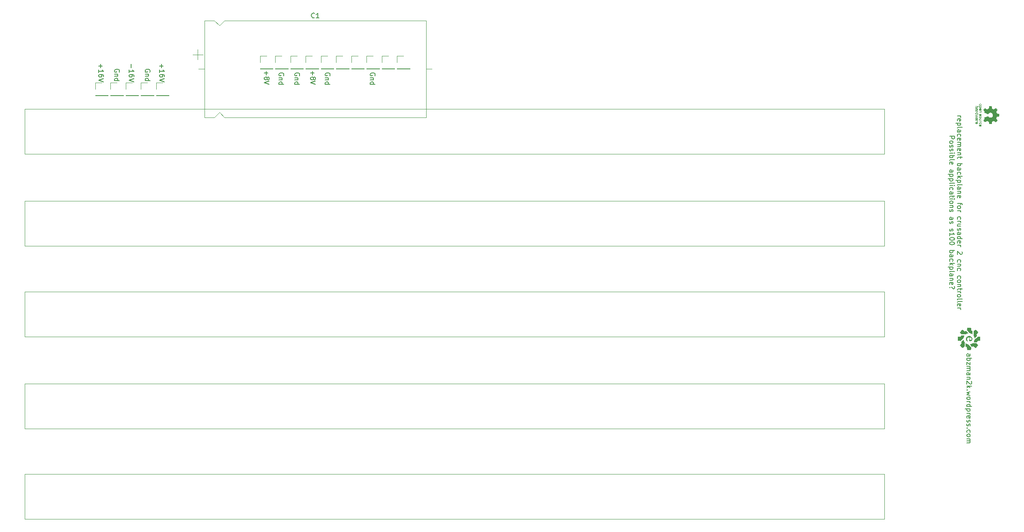
<source format=gbr>
%TF.GenerationSoftware,KiCad,Pcbnew,(6.0.0)*%
%TF.CreationDate,2022-01-24T17:49:48-05:00*%
%TF.ProjectId,crusader 2 backplane,63727573-6164-4657-9220-32206261636b,rev?*%
%TF.SameCoordinates,Original*%
%TF.FileFunction,Legend,Top*%
%TF.FilePolarity,Positive*%
%FSLAX46Y46*%
G04 Gerber Fmt 4.6, Leading zero omitted, Abs format (unit mm)*
G04 Created by KiCad (PCBNEW (6.0.0)) date 2022-01-24 17:49:48*
%MOMM*%
%LPD*%
G01*
G04 APERTURE LIST*
%ADD10C,0.150000*%
%ADD11C,0.120000*%
%ADD12C,0.100000*%
G04 APERTURE END LIST*
D10*
X110990000Y-44823142D02*
X111037619Y-44727904D01*
X111037619Y-44585047D01*
X110990000Y-44442190D01*
X110894761Y-44346952D01*
X110799523Y-44299333D01*
X110609047Y-44251714D01*
X110466190Y-44251714D01*
X110275714Y-44299333D01*
X110180476Y-44346952D01*
X110085238Y-44442190D01*
X110037619Y-44585047D01*
X110037619Y-44680285D01*
X110085238Y-44823142D01*
X110132857Y-44870761D01*
X110466190Y-44870761D01*
X110466190Y-44680285D01*
X110704285Y-45299333D02*
X110037619Y-45299333D01*
X110609047Y-45299333D02*
X110656666Y-45346952D01*
X110704285Y-45442190D01*
X110704285Y-45585047D01*
X110656666Y-45680285D01*
X110561428Y-45727904D01*
X110037619Y-45727904D01*
X110037619Y-46632666D02*
X111037619Y-46632666D01*
X110085238Y-46632666D02*
X110037619Y-46537428D01*
X110037619Y-46346952D01*
X110085238Y-46251714D01*
X110132857Y-46204095D01*
X110228095Y-46156476D01*
X110513809Y-46156476D01*
X110609047Y-46204095D01*
X110656666Y-46251714D01*
X110704285Y-46346952D01*
X110704285Y-46537428D01*
X110656666Y-46632666D01*
X107370571Y-43926285D02*
X107370571Y-44688190D01*
X106989619Y-44307238D02*
X107751523Y-44307238D01*
X107561047Y-45307238D02*
X107608666Y-45212000D01*
X107656285Y-45164380D01*
X107751523Y-45116761D01*
X107799142Y-45116761D01*
X107894380Y-45164380D01*
X107942000Y-45212000D01*
X107989619Y-45307238D01*
X107989619Y-45497714D01*
X107942000Y-45592952D01*
X107894380Y-45640571D01*
X107799142Y-45688190D01*
X107751523Y-45688190D01*
X107656285Y-45640571D01*
X107608666Y-45592952D01*
X107561047Y-45497714D01*
X107561047Y-45307238D01*
X107513428Y-45212000D01*
X107465809Y-45164380D01*
X107370571Y-45116761D01*
X107180095Y-45116761D01*
X107084857Y-45164380D01*
X107037238Y-45212000D01*
X106989619Y-45307238D01*
X106989619Y-45497714D01*
X107037238Y-45592952D01*
X107084857Y-45640571D01*
X107180095Y-45688190D01*
X107370571Y-45688190D01*
X107465809Y-45640571D01*
X107513428Y-45592952D01*
X107561047Y-45497714D01*
X107989619Y-45973904D02*
X106989619Y-46307238D01*
X107989619Y-46640571D01*
X117022571Y-43926285D02*
X117022571Y-44688190D01*
X116641619Y-44307238D02*
X117403523Y-44307238D01*
X117213047Y-45307238D02*
X117260666Y-45212000D01*
X117308285Y-45164380D01*
X117403523Y-45116761D01*
X117451142Y-45116761D01*
X117546380Y-45164380D01*
X117594000Y-45212000D01*
X117641619Y-45307238D01*
X117641619Y-45497714D01*
X117594000Y-45592952D01*
X117546380Y-45640571D01*
X117451142Y-45688190D01*
X117403523Y-45688190D01*
X117308285Y-45640571D01*
X117260666Y-45592952D01*
X117213047Y-45497714D01*
X117213047Y-45307238D01*
X117165428Y-45212000D01*
X117117809Y-45164380D01*
X117022571Y-45116761D01*
X116832095Y-45116761D01*
X116736857Y-45164380D01*
X116689238Y-45212000D01*
X116641619Y-45307238D01*
X116641619Y-45497714D01*
X116689238Y-45592952D01*
X116736857Y-45640571D01*
X116832095Y-45688190D01*
X117022571Y-45688190D01*
X117117809Y-45640571D01*
X117165428Y-45592952D01*
X117213047Y-45497714D01*
X117641619Y-45973904D02*
X116641619Y-46307238D01*
X117641619Y-46640571D01*
X76700000Y-44061142D02*
X76747619Y-43965904D01*
X76747619Y-43823047D01*
X76700000Y-43680190D01*
X76604761Y-43584952D01*
X76509523Y-43537333D01*
X76319047Y-43489714D01*
X76176190Y-43489714D01*
X75985714Y-43537333D01*
X75890476Y-43584952D01*
X75795238Y-43680190D01*
X75747619Y-43823047D01*
X75747619Y-43918285D01*
X75795238Y-44061142D01*
X75842857Y-44108761D01*
X76176190Y-44108761D01*
X76176190Y-43918285D01*
X76414285Y-44537333D02*
X75747619Y-44537333D01*
X76319047Y-44537333D02*
X76366666Y-44584952D01*
X76414285Y-44680190D01*
X76414285Y-44823047D01*
X76366666Y-44918285D01*
X76271428Y-44965904D01*
X75747619Y-44965904D01*
X75747619Y-45870666D02*
X76747619Y-45870666D01*
X75795238Y-45870666D02*
X75747619Y-45775428D01*
X75747619Y-45584952D01*
X75795238Y-45489714D01*
X75842857Y-45442095D01*
X75938095Y-45394476D01*
X76223809Y-45394476D01*
X76319047Y-45442095D01*
X76366666Y-45489714D01*
X76414285Y-45584952D01*
X76414285Y-45775428D01*
X76366666Y-45870666D01*
X253547619Y-103410857D02*
X254071428Y-103410857D01*
X254166666Y-103363238D01*
X254214285Y-103268000D01*
X254214285Y-103077523D01*
X254166666Y-102982285D01*
X253595238Y-103410857D02*
X253547619Y-103315619D01*
X253547619Y-103077523D01*
X253595238Y-102982285D01*
X253690476Y-102934666D01*
X253785714Y-102934666D01*
X253880952Y-102982285D01*
X253928571Y-103077523D01*
X253928571Y-103315619D01*
X253976190Y-103410857D01*
X253547619Y-103887047D02*
X254547619Y-103887047D01*
X254166666Y-103887047D02*
X254214285Y-103982285D01*
X254214285Y-104172761D01*
X254166666Y-104268000D01*
X254119047Y-104315619D01*
X254023809Y-104363238D01*
X253738095Y-104363238D01*
X253642857Y-104315619D01*
X253595238Y-104268000D01*
X253547619Y-104172761D01*
X253547619Y-103982285D01*
X253595238Y-103887047D01*
X254214285Y-104696571D02*
X254214285Y-105220380D01*
X253547619Y-104696571D01*
X253547619Y-105220380D01*
X253547619Y-105601333D02*
X254214285Y-105601333D01*
X254119047Y-105601333D02*
X254166666Y-105648952D01*
X254214285Y-105744190D01*
X254214285Y-105887047D01*
X254166666Y-105982285D01*
X254071428Y-106029904D01*
X253547619Y-106029904D01*
X254071428Y-106029904D02*
X254166666Y-106077523D01*
X254214285Y-106172761D01*
X254214285Y-106315619D01*
X254166666Y-106410857D01*
X254071428Y-106458476D01*
X253547619Y-106458476D01*
X253547619Y-107363238D02*
X254071428Y-107363238D01*
X254166666Y-107315619D01*
X254214285Y-107220380D01*
X254214285Y-107029904D01*
X254166666Y-106934666D01*
X253595238Y-107363238D02*
X253547619Y-107268000D01*
X253547619Y-107029904D01*
X253595238Y-106934666D01*
X253690476Y-106887047D01*
X253785714Y-106887047D01*
X253880952Y-106934666D01*
X253928571Y-107029904D01*
X253928571Y-107268000D01*
X253976190Y-107363238D01*
X254214285Y-107839428D02*
X253547619Y-107839428D01*
X254119047Y-107839428D02*
X254166666Y-107887047D01*
X254214285Y-107982285D01*
X254214285Y-108125142D01*
X254166666Y-108220380D01*
X254071428Y-108268000D01*
X253547619Y-108268000D01*
X254452380Y-108696571D02*
X254500000Y-108744190D01*
X254547619Y-108839428D01*
X254547619Y-109077523D01*
X254500000Y-109172761D01*
X254452380Y-109220380D01*
X254357142Y-109268000D01*
X254261904Y-109268000D01*
X254119047Y-109220380D01*
X253547619Y-108648952D01*
X253547619Y-109268000D01*
X253547619Y-109696571D02*
X254547619Y-109696571D01*
X253928571Y-109791809D02*
X253547619Y-110077523D01*
X254214285Y-110077523D02*
X253833333Y-109696571D01*
X253642857Y-110506095D02*
X253595238Y-110553714D01*
X253547619Y-110506095D01*
X253595238Y-110458476D01*
X253642857Y-110506095D01*
X253547619Y-110506095D01*
X254214285Y-110887047D02*
X253547619Y-111077523D01*
X254023809Y-111268000D01*
X253547619Y-111458476D01*
X254214285Y-111648952D01*
X253547619Y-112172761D02*
X253595238Y-112077523D01*
X253642857Y-112029904D01*
X253738095Y-111982285D01*
X254023809Y-111982285D01*
X254119047Y-112029904D01*
X254166666Y-112077523D01*
X254214285Y-112172761D01*
X254214285Y-112315619D01*
X254166666Y-112410857D01*
X254119047Y-112458476D01*
X254023809Y-112506095D01*
X253738095Y-112506095D01*
X253642857Y-112458476D01*
X253595238Y-112410857D01*
X253547619Y-112315619D01*
X253547619Y-112172761D01*
X253547619Y-112934666D02*
X254214285Y-112934666D01*
X254023809Y-112934666D02*
X254119047Y-112982285D01*
X254166666Y-113029904D01*
X254214285Y-113125142D01*
X254214285Y-113220380D01*
X253547619Y-113982285D02*
X254547619Y-113982285D01*
X253595238Y-113982285D02*
X253547619Y-113887047D01*
X253547619Y-113696571D01*
X253595238Y-113601333D01*
X253642857Y-113553714D01*
X253738095Y-113506095D01*
X254023809Y-113506095D01*
X254119047Y-113553714D01*
X254166666Y-113601333D01*
X254214285Y-113696571D01*
X254214285Y-113887047D01*
X254166666Y-113982285D01*
X254214285Y-114458476D02*
X253214285Y-114458476D01*
X254166666Y-114458476D02*
X254214285Y-114553714D01*
X254214285Y-114744190D01*
X254166666Y-114839428D01*
X254119047Y-114887047D01*
X254023809Y-114934666D01*
X253738095Y-114934666D01*
X253642857Y-114887047D01*
X253595238Y-114839428D01*
X253547619Y-114744190D01*
X253547619Y-114553714D01*
X253595238Y-114458476D01*
X253547619Y-115363238D02*
X254214285Y-115363238D01*
X254023809Y-115363238D02*
X254119047Y-115410857D01*
X254166666Y-115458476D01*
X254214285Y-115553714D01*
X254214285Y-115648952D01*
X253595238Y-116363238D02*
X253547619Y-116268000D01*
X253547619Y-116077523D01*
X253595238Y-115982285D01*
X253690476Y-115934666D01*
X254071428Y-115934666D01*
X254166666Y-115982285D01*
X254214285Y-116077523D01*
X254214285Y-116268000D01*
X254166666Y-116363238D01*
X254071428Y-116410857D01*
X253976190Y-116410857D01*
X253880952Y-115934666D01*
X253595238Y-116791809D02*
X253547619Y-116887047D01*
X253547619Y-117077523D01*
X253595238Y-117172761D01*
X253690476Y-117220380D01*
X253738095Y-117220380D01*
X253833333Y-117172761D01*
X253880952Y-117077523D01*
X253880952Y-116934666D01*
X253928571Y-116839428D01*
X254023809Y-116791809D01*
X254071428Y-116791809D01*
X254166666Y-116839428D01*
X254214285Y-116934666D01*
X254214285Y-117077523D01*
X254166666Y-117172761D01*
X253595238Y-117601333D02*
X253547619Y-117696571D01*
X253547619Y-117887047D01*
X253595238Y-117982285D01*
X253690476Y-118029904D01*
X253738095Y-118029904D01*
X253833333Y-117982285D01*
X253880952Y-117887047D01*
X253880952Y-117744190D01*
X253928571Y-117648952D01*
X254023809Y-117601333D01*
X254071428Y-117601333D01*
X254166666Y-117648952D01*
X254214285Y-117744190D01*
X254214285Y-117887047D01*
X254166666Y-117982285D01*
X253642857Y-118458476D02*
X253595238Y-118506095D01*
X253547619Y-118458476D01*
X253595238Y-118410857D01*
X253642857Y-118458476D01*
X253547619Y-118458476D01*
X253595238Y-119363238D02*
X253547619Y-119268000D01*
X253547619Y-119077523D01*
X253595238Y-118982285D01*
X253642857Y-118934666D01*
X253738095Y-118887047D01*
X254023809Y-118887047D01*
X254119047Y-118934666D01*
X254166666Y-118982285D01*
X254214285Y-119077523D01*
X254214285Y-119268000D01*
X254166666Y-119363238D01*
X253547619Y-119934666D02*
X253595238Y-119839428D01*
X253642857Y-119791809D01*
X253738095Y-119744190D01*
X254023809Y-119744190D01*
X254119047Y-119791809D01*
X254166666Y-119839428D01*
X254214285Y-119934666D01*
X254214285Y-120077523D01*
X254166666Y-120172761D01*
X254119047Y-120220380D01*
X254023809Y-120268000D01*
X253738095Y-120268000D01*
X253642857Y-120220380D01*
X253595238Y-120172761D01*
X253547619Y-120077523D01*
X253547619Y-119934666D01*
X253547619Y-120696571D02*
X254214285Y-120696571D01*
X254119047Y-120696571D02*
X254166666Y-120744190D01*
X254214285Y-120839428D01*
X254214285Y-120982285D01*
X254166666Y-121077523D01*
X254071428Y-121125142D01*
X253547619Y-121125142D01*
X254071428Y-121125142D02*
X254166666Y-121172761D01*
X254214285Y-121268000D01*
X254214285Y-121410857D01*
X254166666Y-121506095D01*
X254071428Y-121553714D01*
X253547619Y-121553714D01*
X79176571Y-42434095D02*
X79176571Y-43196000D01*
X78795619Y-44196000D02*
X78795619Y-43624571D01*
X78795619Y-43910285D02*
X79795619Y-43910285D01*
X79652761Y-43815047D01*
X79557523Y-43719809D01*
X79509904Y-43624571D01*
X79795619Y-45053142D02*
X79795619Y-44862666D01*
X79748000Y-44767428D01*
X79700380Y-44719809D01*
X79557523Y-44624571D01*
X79367047Y-44576952D01*
X78986095Y-44576952D01*
X78890857Y-44624571D01*
X78843238Y-44672190D01*
X78795619Y-44767428D01*
X78795619Y-44957904D01*
X78843238Y-45053142D01*
X78890857Y-45100761D01*
X78986095Y-45148380D01*
X79224190Y-45148380D01*
X79319428Y-45100761D01*
X79367047Y-45053142D01*
X79414666Y-44957904D01*
X79414666Y-44767428D01*
X79367047Y-44672190D01*
X79319428Y-44624571D01*
X79224190Y-44576952D01*
X79795619Y-45434095D02*
X78795619Y-45767428D01*
X79795619Y-46100761D01*
X83081000Y-44061142D02*
X83128619Y-43965904D01*
X83128619Y-43823047D01*
X83081000Y-43680190D01*
X82985761Y-43584952D01*
X82890523Y-43537333D01*
X82700047Y-43489714D01*
X82557190Y-43489714D01*
X82366714Y-43537333D01*
X82271476Y-43584952D01*
X82176238Y-43680190D01*
X82128619Y-43823047D01*
X82128619Y-43918285D01*
X82176238Y-44061142D01*
X82223857Y-44108761D01*
X82557190Y-44108761D01*
X82557190Y-43918285D01*
X82795285Y-44537333D02*
X82128619Y-44537333D01*
X82700047Y-44537333D02*
X82747666Y-44584952D01*
X82795285Y-44680190D01*
X82795285Y-44823047D01*
X82747666Y-44918285D01*
X82652428Y-44965904D01*
X82128619Y-44965904D01*
X82128619Y-45870666D02*
X83128619Y-45870666D01*
X82176238Y-45870666D02*
X82128619Y-45775428D01*
X82128619Y-45584952D01*
X82176238Y-45489714D01*
X82223857Y-45442095D01*
X82319095Y-45394476D01*
X82604809Y-45394476D01*
X82700047Y-45442095D01*
X82747666Y-45489714D01*
X82795285Y-45584952D01*
X82795285Y-45775428D01*
X82747666Y-45870666D01*
X130040000Y-44823142D02*
X130087619Y-44727904D01*
X130087619Y-44585047D01*
X130040000Y-44442190D01*
X129944761Y-44346952D01*
X129849523Y-44299333D01*
X129659047Y-44251714D01*
X129516190Y-44251714D01*
X129325714Y-44299333D01*
X129230476Y-44346952D01*
X129135238Y-44442190D01*
X129087619Y-44585047D01*
X129087619Y-44680285D01*
X129135238Y-44823142D01*
X129182857Y-44870761D01*
X129516190Y-44870761D01*
X129516190Y-44680285D01*
X129754285Y-45299333D02*
X129087619Y-45299333D01*
X129659047Y-45299333D02*
X129706666Y-45346952D01*
X129754285Y-45442190D01*
X129754285Y-45585047D01*
X129706666Y-45680285D01*
X129611428Y-45727904D01*
X129087619Y-45727904D01*
X129087619Y-46632666D02*
X130087619Y-46632666D01*
X129135238Y-46632666D02*
X129087619Y-46537428D01*
X129087619Y-46346952D01*
X129135238Y-46251714D01*
X129182857Y-46204095D01*
X129278095Y-46156476D01*
X129563809Y-46156476D01*
X129659047Y-46204095D01*
X129706666Y-46251714D01*
X129754285Y-46346952D01*
X129754285Y-46537428D01*
X129706666Y-46632666D01*
X85526571Y-42434095D02*
X85526571Y-43196000D01*
X85145619Y-42815047D02*
X85907523Y-42815047D01*
X85145619Y-44196000D02*
X85145619Y-43624571D01*
X85145619Y-43910285D02*
X86145619Y-43910285D01*
X86002761Y-43815047D01*
X85907523Y-43719809D01*
X85859904Y-43624571D01*
X86145619Y-45053142D02*
X86145619Y-44862666D01*
X86098000Y-44767428D01*
X86050380Y-44719809D01*
X85907523Y-44624571D01*
X85717047Y-44576952D01*
X85336095Y-44576952D01*
X85240857Y-44624571D01*
X85193238Y-44672190D01*
X85145619Y-44767428D01*
X85145619Y-44957904D01*
X85193238Y-45053142D01*
X85240857Y-45100761D01*
X85336095Y-45148380D01*
X85574190Y-45148380D01*
X85669428Y-45100761D01*
X85717047Y-45053142D01*
X85764666Y-44957904D01*
X85764666Y-44767428D01*
X85717047Y-44672190D01*
X85669428Y-44624571D01*
X85574190Y-44576952D01*
X86145619Y-45434095D02*
X85145619Y-45767428D01*
X86145619Y-46100761D01*
X72826571Y-42434095D02*
X72826571Y-43196000D01*
X72445619Y-42815047D02*
X73207523Y-42815047D01*
X72445619Y-44196000D02*
X72445619Y-43624571D01*
X72445619Y-43910285D02*
X73445619Y-43910285D01*
X73302761Y-43815047D01*
X73207523Y-43719809D01*
X73159904Y-43624571D01*
X73445619Y-45053142D02*
X73445619Y-44862666D01*
X73398000Y-44767428D01*
X73350380Y-44719809D01*
X73207523Y-44624571D01*
X73017047Y-44576952D01*
X72636095Y-44576952D01*
X72540857Y-44624571D01*
X72493238Y-44672190D01*
X72445619Y-44767428D01*
X72445619Y-44957904D01*
X72493238Y-45053142D01*
X72540857Y-45100761D01*
X72636095Y-45148380D01*
X72874190Y-45148380D01*
X72969428Y-45100761D01*
X73017047Y-45053142D01*
X73064666Y-44957904D01*
X73064666Y-44767428D01*
X73017047Y-44672190D01*
X72969428Y-44624571D01*
X72874190Y-44576952D01*
X73445619Y-45434095D02*
X72445619Y-45767428D01*
X73445619Y-46100761D01*
X120642000Y-44823142D02*
X120689619Y-44727904D01*
X120689619Y-44585047D01*
X120642000Y-44442190D01*
X120546761Y-44346952D01*
X120451523Y-44299333D01*
X120261047Y-44251714D01*
X120118190Y-44251714D01*
X119927714Y-44299333D01*
X119832476Y-44346952D01*
X119737238Y-44442190D01*
X119689619Y-44585047D01*
X119689619Y-44680285D01*
X119737238Y-44823142D01*
X119784857Y-44870761D01*
X120118190Y-44870761D01*
X120118190Y-44680285D01*
X120356285Y-45299333D02*
X119689619Y-45299333D01*
X120261047Y-45299333D02*
X120308666Y-45346952D01*
X120356285Y-45442190D01*
X120356285Y-45585047D01*
X120308666Y-45680285D01*
X120213428Y-45727904D01*
X119689619Y-45727904D01*
X119689619Y-46632666D02*
X120689619Y-46632666D01*
X119737238Y-46632666D02*
X119689619Y-46537428D01*
X119689619Y-46346952D01*
X119737238Y-46251714D01*
X119784857Y-46204095D01*
X119880095Y-46156476D01*
X120165809Y-46156476D01*
X120261047Y-46204095D01*
X120308666Y-46251714D01*
X120356285Y-46346952D01*
X120356285Y-46537428D01*
X120308666Y-46632666D01*
X114292000Y-44823142D02*
X114339619Y-44727904D01*
X114339619Y-44585047D01*
X114292000Y-44442190D01*
X114196761Y-44346952D01*
X114101523Y-44299333D01*
X113911047Y-44251714D01*
X113768190Y-44251714D01*
X113577714Y-44299333D01*
X113482476Y-44346952D01*
X113387238Y-44442190D01*
X113339619Y-44585047D01*
X113339619Y-44680285D01*
X113387238Y-44823142D01*
X113434857Y-44870761D01*
X113768190Y-44870761D01*
X113768190Y-44680285D01*
X114006285Y-45299333D02*
X113339619Y-45299333D01*
X113911047Y-45299333D02*
X113958666Y-45346952D01*
X114006285Y-45442190D01*
X114006285Y-45585047D01*
X113958666Y-45680285D01*
X113863428Y-45727904D01*
X113339619Y-45727904D01*
X113339619Y-46632666D02*
X114339619Y-46632666D01*
X113387238Y-46632666D02*
X113339619Y-46537428D01*
X113339619Y-46346952D01*
X113387238Y-46251714D01*
X113434857Y-46204095D01*
X113530095Y-46156476D01*
X113815809Y-46156476D01*
X113911047Y-46204095D01*
X113958666Y-46251714D01*
X114006285Y-46346952D01*
X114006285Y-46537428D01*
X113958666Y-46632666D01*
X251558619Y-53263142D02*
X252225285Y-53263142D01*
X252034809Y-53263142D02*
X252130047Y-53310761D01*
X252177666Y-53358380D01*
X252225285Y-53453619D01*
X252225285Y-53548857D01*
X251606238Y-54263142D02*
X251558619Y-54167904D01*
X251558619Y-53977428D01*
X251606238Y-53882190D01*
X251701476Y-53834571D01*
X252082428Y-53834571D01*
X252177666Y-53882190D01*
X252225285Y-53977428D01*
X252225285Y-54167904D01*
X252177666Y-54263142D01*
X252082428Y-54310761D01*
X251987190Y-54310761D01*
X251891952Y-53834571D01*
X252225285Y-54739333D02*
X251225285Y-54739333D01*
X252177666Y-54739333D02*
X252225285Y-54834571D01*
X252225285Y-55025047D01*
X252177666Y-55120285D01*
X252130047Y-55167904D01*
X252034809Y-55215523D01*
X251749095Y-55215523D01*
X251653857Y-55167904D01*
X251606238Y-55120285D01*
X251558619Y-55025047D01*
X251558619Y-54834571D01*
X251606238Y-54739333D01*
X251558619Y-55786952D02*
X251606238Y-55691714D01*
X251701476Y-55644095D01*
X252558619Y-55644095D01*
X251558619Y-56596476D02*
X252082428Y-56596476D01*
X252177666Y-56548857D01*
X252225285Y-56453619D01*
X252225285Y-56263142D01*
X252177666Y-56167904D01*
X251606238Y-56596476D02*
X251558619Y-56501238D01*
X251558619Y-56263142D01*
X251606238Y-56167904D01*
X251701476Y-56120285D01*
X251796714Y-56120285D01*
X251891952Y-56167904D01*
X251939571Y-56263142D01*
X251939571Y-56501238D01*
X251987190Y-56596476D01*
X251606238Y-57501238D02*
X251558619Y-57406000D01*
X251558619Y-57215523D01*
X251606238Y-57120285D01*
X251653857Y-57072666D01*
X251749095Y-57025047D01*
X252034809Y-57025047D01*
X252130047Y-57072666D01*
X252177666Y-57120285D01*
X252225285Y-57215523D01*
X252225285Y-57406000D01*
X252177666Y-57501238D01*
X251606238Y-58310761D02*
X251558619Y-58215523D01*
X251558619Y-58025047D01*
X251606238Y-57929809D01*
X251701476Y-57882190D01*
X252082428Y-57882190D01*
X252177666Y-57929809D01*
X252225285Y-58025047D01*
X252225285Y-58215523D01*
X252177666Y-58310761D01*
X252082428Y-58358380D01*
X251987190Y-58358380D01*
X251891952Y-57882190D01*
X251558619Y-58786952D02*
X252225285Y-58786952D01*
X252130047Y-58786952D02*
X252177666Y-58834571D01*
X252225285Y-58929809D01*
X252225285Y-59072666D01*
X252177666Y-59167904D01*
X252082428Y-59215523D01*
X251558619Y-59215523D01*
X252082428Y-59215523D02*
X252177666Y-59263142D01*
X252225285Y-59358380D01*
X252225285Y-59501238D01*
X252177666Y-59596476D01*
X252082428Y-59644095D01*
X251558619Y-59644095D01*
X251606238Y-60501238D02*
X251558619Y-60406000D01*
X251558619Y-60215523D01*
X251606238Y-60120285D01*
X251701476Y-60072666D01*
X252082428Y-60072666D01*
X252177666Y-60120285D01*
X252225285Y-60215523D01*
X252225285Y-60406000D01*
X252177666Y-60501238D01*
X252082428Y-60548857D01*
X251987190Y-60548857D01*
X251891952Y-60072666D01*
X252225285Y-60977428D02*
X251558619Y-60977428D01*
X252130047Y-60977428D02*
X252177666Y-61025047D01*
X252225285Y-61120285D01*
X252225285Y-61263142D01*
X252177666Y-61358380D01*
X252082428Y-61406000D01*
X251558619Y-61406000D01*
X252225285Y-61739333D02*
X252225285Y-62120285D01*
X252558619Y-61882190D02*
X251701476Y-61882190D01*
X251606238Y-61929809D01*
X251558619Y-62025047D01*
X251558619Y-62120285D01*
X251558619Y-63215523D02*
X252558619Y-63215523D01*
X252177666Y-63215523D02*
X252225285Y-63310761D01*
X252225285Y-63501238D01*
X252177666Y-63596476D01*
X252130047Y-63644095D01*
X252034809Y-63691714D01*
X251749095Y-63691714D01*
X251653857Y-63644095D01*
X251606238Y-63596476D01*
X251558619Y-63501238D01*
X251558619Y-63310761D01*
X251606238Y-63215523D01*
X251558619Y-64548857D02*
X252082428Y-64548857D01*
X252177666Y-64501238D01*
X252225285Y-64406000D01*
X252225285Y-64215523D01*
X252177666Y-64120285D01*
X251606238Y-64548857D02*
X251558619Y-64453619D01*
X251558619Y-64215523D01*
X251606238Y-64120285D01*
X251701476Y-64072666D01*
X251796714Y-64072666D01*
X251891952Y-64120285D01*
X251939571Y-64215523D01*
X251939571Y-64453619D01*
X251987190Y-64548857D01*
X251606238Y-65453619D02*
X251558619Y-65358380D01*
X251558619Y-65167904D01*
X251606238Y-65072666D01*
X251653857Y-65025047D01*
X251749095Y-64977428D01*
X252034809Y-64977428D01*
X252130047Y-65025047D01*
X252177666Y-65072666D01*
X252225285Y-65167904D01*
X252225285Y-65358380D01*
X252177666Y-65453619D01*
X251558619Y-65882190D02*
X252558619Y-65882190D01*
X251939571Y-65977428D02*
X251558619Y-66263142D01*
X252225285Y-66263142D02*
X251844333Y-65882190D01*
X252225285Y-66691714D02*
X251225285Y-66691714D01*
X252177666Y-66691714D02*
X252225285Y-66786952D01*
X252225285Y-66977428D01*
X252177666Y-67072666D01*
X252130047Y-67120285D01*
X252034809Y-67167904D01*
X251749095Y-67167904D01*
X251653857Y-67120285D01*
X251606238Y-67072666D01*
X251558619Y-66977428D01*
X251558619Y-66786952D01*
X251606238Y-66691714D01*
X251558619Y-67739333D02*
X251606238Y-67644095D01*
X251701476Y-67596476D01*
X252558619Y-67596476D01*
X251558619Y-68548857D02*
X252082428Y-68548857D01*
X252177666Y-68501238D01*
X252225285Y-68406000D01*
X252225285Y-68215523D01*
X252177666Y-68120285D01*
X251606238Y-68548857D02*
X251558619Y-68453619D01*
X251558619Y-68215523D01*
X251606238Y-68120285D01*
X251701476Y-68072666D01*
X251796714Y-68072666D01*
X251891952Y-68120285D01*
X251939571Y-68215523D01*
X251939571Y-68453619D01*
X251987190Y-68548857D01*
X252225285Y-69025047D02*
X251558619Y-69025047D01*
X252130047Y-69025047D02*
X252177666Y-69072666D01*
X252225285Y-69167904D01*
X252225285Y-69310761D01*
X252177666Y-69406000D01*
X252082428Y-69453619D01*
X251558619Y-69453619D01*
X251606238Y-70310761D02*
X251558619Y-70215523D01*
X251558619Y-70025047D01*
X251606238Y-69929809D01*
X251701476Y-69882190D01*
X252082428Y-69882190D01*
X252177666Y-69929809D01*
X252225285Y-70025047D01*
X252225285Y-70215523D01*
X252177666Y-70310761D01*
X252082428Y-70358380D01*
X251987190Y-70358380D01*
X251891952Y-69882190D01*
X252225285Y-71406000D02*
X252225285Y-71786952D01*
X251558619Y-71548857D02*
X252415761Y-71548857D01*
X252511000Y-71596476D01*
X252558619Y-71691714D01*
X252558619Y-71786952D01*
X251558619Y-72263142D02*
X251606238Y-72167904D01*
X251653857Y-72120285D01*
X251749095Y-72072666D01*
X252034809Y-72072666D01*
X252130047Y-72120285D01*
X252177666Y-72167904D01*
X252225285Y-72263142D01*
X252225285Y-72406000D01*
X252177666Y-72501238D01*
X252130047Y-72548857D01*
X252034809Y-72596476D01*
X251749095Y-72596476D01*
X251653857Y-72548857D01*
X251606238Y-72501238D01*
X251558619Y-72406000D01*
X251558619Y-72263142D01*
X251558619Y-73025047D02*
X252225285Y-73025047D01*
X252034809Y-73025047D02*
X252130047Y-73072666D01*
X252177666Y-73120285D01*
X252225285Y-73215523D01*
X252225285Y-73310761D01*
X251606238Y-74834571D02*
X251558619Y-74739333D01*
X251558619Y-74548857D01*
X251606238Y-74453619D01*
X251653857Y-74406000D01*
X251749095Y-74358380D01*
X252034809Y-74358380D01*
X252130047Y-74406000D01*
X252177666Y-74453619D01*
X252225285Y-74548857D01*
X252225285Y-74739333D01*
X252177666Y-74834571D01*
X251558619Y-75263142D02*
X252225285Y-75263142D01*
X252034809Y-75263142D02*
X252130047Y-75310761D01*
X252177666Y-75358380D01*
X252225285Y-75453619D01*
X252225285Y-75548857D01*
X252225285Y-76310761D02*
X251558619Y-76310761D01*
X252225285Y-75882190D02*
X251701476Y-75882190D01*
X251606238Y-75929809D01*
X251558619Y-76025047D01*
X251558619Y-76167904D01*
X251606238Y-76263142D01*
X251653857Y-76310761D01*
X251606238Y-76739333D02*
X251558619Y-76834571D01*
X251558619Y-77025047D01*
X251606238Y-77120285D01*
X251701476Y-77167904D01*
X251749095Y-77167904D01*
X251844333Y-77120285D01*
X251891952Y-77025047D01*
X251891952Y-76882190D01*
X251939571Y-76786952D01*
X252034809Y-76739333D01*
X252082428Y-76739333D01*
X252177666Y-76786952D01*
X252225285Y-76882190D01*
X252225285Y-77025047D01*
X252177666Y-77120285D01*
X251558619Y-78025047D02*
X252082428Y-78025047D01*
X252177666Y-77977428D01*
X252225285Y-77882190D01*
X252225285Y-77691714D01*
X252177666Y-77596476D01*
X251606238Y-78025047D02*
X251558619Y-77929809D01*
X251558619Y-77691714D01*
X251606238Y-77596476D01*
X251701476Y-77548857D01*
X251796714Y-77548857D01*
X251891952Y-77596476D01*
X251939571Y-77691714D01*
X251939571Y-77929809D01*
X251987190Y-78025047D01*
X251558619Y-78929809D02*
X252558619Y-78929809D01*
X251606238Y-78929809D02*
X251558619Y-78834571D01*
X251558619Y-78644095D01*
X251606238Y-78548857D01*
X251653857Y-78501238D01*
X251749095Y-78453619D01*
X252034809Y-78453619D01*
X252130047Y-78501238D01*
X252177666Y-78548857D01*
X252225285Y-78644095D01*
X252225285Y-78834571D01*
X252177666Y-78929809D01*
X251606238Y-79786952D02*
X251558619Y-79691714D01*
X251558619Y-79501238D01*
X251606238Y-79406000D01*
X251701476Y-79358380D01*
X252082428Y-79358380D01*
X252177666Y-79406000D01*
X252225285Y-79501238D01*
X252225285Y-79691714D01*
X252177666Y-79786952D01*
X252082428Y-79834571D01*
X251987190Y-79834571D01*
X251891952Y-79358380D01*
X251558619Y-80263142D02*
X252225285Y-80263142D01*
X252034809Y-80263142D02*
X252130047Y-80310761D01*
X252177666Y-80358380D01*
X252225285Y-80453619D01*
X252225285Y-80548857D01*
X252463380Y-81596476D02*
X252511000Y-81644095D01*
X252558619Y-81739333D01*
X252558619Y-81977428D01*
X252511000Y-82072666D01*
X252463380Y-82120285D01*
X252368142Y-82167904D01*
X252272904Y-82167904D01*
X252130047Y-82120285D01*
X251558619Y-81548857D01*
X251558619Y-82167904D01*
X251606238Y-83786952D02*
X251558619Y-83691714D01*
X251558619Y-83501238D01*
X251606238Y-83406000D01*
X251653857Y-83358380D01*
X251749095Y-83310761D01*
X252034809Y-83310761D01*
X252130047Y-83358380D01*
X252177666Y-83406000D01*
X252225285Y-83501238D01*
X252225285Y-83691714D01*
X252177666Y-83786952D01*
X252225285Y-84215523D02*
X251558619Y-84215523D01*
X252130047Y-84215523D02*
X252177666Y-84263142D01*
X252225285Y-84358380D01*
X252225285Y-84501238D01*
X252177666Y-84596476D01*
X252082428Y-84644095D01*
X251558619Y-84644095D01*
X251606238Y-85548857D02*
X251558619Y-85453619D01*
X251558619Y-85263142D01*
X251606238Y-85167904D01*
X251653857Y-85120285D01*
X251749095Y-85072666D01*
X252034809Y-85072666D01*
X252130047Y-85120285D01*
X252177666Y-85167904D01*
X252225285Y-85263142D01*
X252225285Y-85453619D01*
X252177666Y-85548857D01*
X251606238Y-87167904D02*
X251558619Y-87072666D01*
X251558619Y-86882190D01*
X251606238Y-86786952D01*
X251653857Y-86739333D01*
X251749095Y-86691714D01*
X252034809Y-86691714D01*
X252130047Y-86739333D01*
X252177666Y-86786952D01*
X252225285Y-86882190D01*
X252225285Y-87072666D01*
X252177666Y-87167904D01*
X251558619Y-87739333D02*
X251606238Y-87644095D01*
X251653857Y-87596476D01*
X251749095Y-87548857D01*
X252034809Y-87548857D01*
X252130047Y-87596476D01*
X252177666Y-87644095D01*
X252225285Y-87739333D01*
X252225285Y-87882190D01*
X252177666Y-87977428D01*
X252130047Y-88025047D01*
X252034809Y-88072666D01*
X251749095Y-88072666D01*
X251653857Y-88025047D01*
X251606238Y-87977428D01*
X251558619Y-87882190D01*
X251558619Y-87739333D01*
X252225285Y-88501238D02*
X251558619Y-88501238D01*
X252130047Y-88501238D02*
X252177666Y-88548857D01*
X252225285Y-88644095D01*
X252225285Y-88786952D01*
X252177666Y-88882190D01*
X252082428Y-88929809D01*
X251558619Y-88929809D01*
X252225285Y-89263142D02*
X252225285Y-89644095D01*
X252558619Y-89405999D02*
X251701476Y-89405999D01*
X251606238Y-89453619D01*
X251558619Y-89548857D01*
X251558619Y-89644095D01*
X251558619Y-89977428D02*
X252225285Y-89977428D01*
X252034809Y-89977428D02*
X252130047Y-90025047D01*
X252177666Y-90072666D01*
X252225285Y-90167904D01*
X252225285Y-90263142D01*
X251558619Y-90739333D02*
X251606238Y-90644095D01*
X251653857Y-90596476D01*
X251749095Y-90548857D01*
X252034809Y-90548857D01*
X252130047Y-90596476D01*
X252177666Y-90644095D01*
X252225285Y-90739333D01*
X252225285Y-90882190D01*
X252177666Y-90977428D01*
X252130047Y-91025047D01*
X252034809Y-91072666D01*
X251749095Y-91072666D01*
X251653857Y-91025047D01*
X251606238Y-90977428D01*
X251558619Y-90882190D01*
X251558619Y-90739333D01*
X251558619Y-91644095D02*
X251606238Y-91548857D01*
X251701476Y-91501238D01*
X252558619Y-91501238D01*
X251558619Y-92167904D02*
X251606238Y-92072666D01*
X251701476Y-92025047D01*
X252558619Y-92025047D01*
X251606238Y-92929809D02*
X251558619Y-92834571D01*
X251558619Y-92644095D01*
X251606238Y-92548857D01*
X251701476Y-92501238D01*
X252082428Y-92501238D01*
X252177666Y-92548857D01*
X252225285Y-92644095D01*
X252225285Y-92834571D01*
X252177666Y-92929809D01*
X252082428Y-92977428D01*
X251987190Y-92977428D01*
X251891952Y-92501238D01*
X251558619Y-93406000D02*
X252225285Y-93406000D01*
X252034809Y-93406000D02*
X252130047Y-93453619D01*
X252177666Y-93501238D01*
X252225285Y-93596476D01*
X252225285Y-93691714D01*
X249948619Y-57501238D02*
X250948619Y-57501238D01*
X250948619Y-57882190D01*
X250901000Y-57977428D01*
X250853380Y-58025047D01*
X250758142Y-58072666D01*
X250615285Y-58072666D01*
X250520047Y-58025047D01*
X250472428Y-57977428D01*
X250424809Y-57882190D01*
X250424809Y-57501238D01*
X249948619Y-58644095D02*
X249996238Y-58548857D01*
X250043857Y-58501238D01*
X250139095Y-58453619D01*
X250424809Y-58453619D01*
X250520047Y-58501238D01*
X250567666Y-58548857D01*
X250615285Y-58644095D01*
X250615285Y-58786952D01*
X250567666Y-58882190D01*
X250520047Y-58929809D01*
X250424809Y-58977428D01*
X250139095Y-58977428D01*
X250043857Y-58929809D01*
X249996238Y-58882190D01*
X249948619Y-58786952D01*
X249948619Y-58644095D01*
X249996238Y-59358380D02*
X249948619Y-59453619D01*
X249948619Y-59644095D01*
X249996238Y-59739333D01*
X250091476Y-59786952D01*
X250139095Y-59786952D01*
X250234333Y-59739333D01*
X250281952Y-59644095D01*
X250281952Y-59501238D01*
X250329571Y-59406000D01*
X250424809Y-59358380D01*
X250472428Y-59358380D01*
X250567666Y-59406000D01*
X250615285Y-59501238D01*
X250615285Y-59644095D01*
X250567666Y-59739333D01*
X249996238Y-60167904D02*
X249948619Y-60263142D01*
X249948619Y-60453619D01*
X249996238Y-60548857D01*
X250091476Y-60596476D01*
X250139095Y-60596476D01*
X250234333Y-60548857D01*
X250281952Y-60453619D01*
X250281952Y-60310761D01*
X250329571Y-60215523D01*
X250424809Y-60167904D01*
X250472428Y-60167904D01*
X250567666Y-60215523D01*
X250615285Y-60310761D01*
X250615285Y-60453619D01*
X250567666Y-60548857D01*
X249948619Y-61025047D02*
X250615285Y-61025047D01*
X250948619Y-61025047D02*
X250901000Y-60977428D01*
X250853380Y-61025047D01*
X250901000Y-61072666D01*
X250948619Y-61025047D01*
X250853380Y-61025047D01*
X249948619Y-61501238D02*
X250948619Y-61501238D01*
X250567666Y-61501238D02*
X250615285Y-61596476D01*
X250615285Y-61786952D01*
X250567666Y-61882190D01*
X250520047Y-61929809D01*
X250424809Y-61977428D01*
X250139095Y-61977428D01*
X250043857Y-61929809D01*
X249996238Y-61882190D01*
X249948619Y-61786952D01*
X249948619Y-61596476D01*
X249996238Y-61501238D01*
X249948619Y-62548857D02*
X249996238Y-62453619D01*
X250091476Y-62406000D01*
X250948619Y-62406000D01*
X249996238Y-63310761D02*
X249948619Y-63215523D01*
X249948619Y-63025047D01*
X249996238Y-62929809D01*
X250091476Y-62882190D01*
X250472428Y-62882190D01*
X250567666Y-62929809D01*
X250615285Y-63025047D01*
X250615285Y-63215523D01*
X250567666Y-63310761D01*
X250472428Y-63358380D01*
X250377190Y-63358380D01*
X250281952Y-62882190D01*
X249948619Y-64977428D02*
X250472428Y-64977428D01*
X250567666Y-64929809D01*
X250615285Y-64834571D01*
X250615285Y-64644095D01*
X250567666Y-64548857D01*
X249996238Y-64977428D02*
X249948619Y-64882190D01*
X249948619Y-64644095D01*
X249996238Y-64548857D01*
X250091476Y-64501238D01*
X250186714Y-64501238D01*
X250281952Y-64548857D01*
X250329571Y-64644095D01*
X250329571Y-64882190D01*
X250377190Y-64977428D01*
X250615285Y-65453619D02*
X249615285Y-65453619D01*
X250567666Y-65453619D02*
X250615285Y-65548857D01*
X250615285Y-65739333D01*
X250567666Y-65834571D01*
X250520047Y-65882190D01*
X250424809Y-65929809D01*
X250139095Y-65929809D01*
X250043857Y-65882190D01*
X249996238Y-65834571D01*
X249948619Y-65739333D01*
X249948619Y-65548857D01*
X249996238Y-65453619D01*
X250615285Y-66358380D02*
X249615285Y-66358380D01*
X250567666Y-66358380D02*
X250615285Y-66453619D01*
X250615285Y-66644095D01*
X250567666Y-66739333D01*
X250520047Y-66786952D01*
X250424809Y-66834571D01*
X250139095Y-66834571D01*
X250043857Y-66786952D01*
X249996238Y-66739333D01*
X249948619Y-66644095D01*
X249948619Y-66453619D01*
X249996238Y-66358380D01*
X249948619Y-67406000D02*
X249996238Y-67310761D01*
X250091476Y-67263142D01*
X250948619Y-67263142D01*
X249948619Y-67786952D02*
X250615285Y-67786952D01*
X250948619Y-67786952D02*
X250901000Y-67739333D01*
X250853380Y-67786952D01*
X250901000Y-67834571D01*
X250948619Y-67786952D01*
X250853380Y-67786952D01*
X249996238Y-68691714D02*
X249948619Y-68596476D01*
X249948619Y-68406000D01*
X249996238Y-68310761D01*
X250043857Y-68263142D01*
X250139095Y-68215523D01*
X250424809Y-68215523D01*
X250520047Y-68263142D01*
X250567666Y-68310761D01*
X250615285Y-68406000D01*
X250615285Y-68596476D01*
X250567666Y-68691714D01*
X249948619Y-69548857D02*
X250472428Y-69548857D01*
X250567666Y-69501238D01*
X250615285Y-69406000D01*
X250615285Y-69215523D01*
X250567666Y-69120285D01*
X249996238Y-69548857D02*
X249948619Y-69453619D01*
X249948619Y-69215523D01*
X249996238Y-69120285D01*
X250091476Y-69072666D01*
X250186714Y-69072666D01*
X250281952Y-69120285D01*
X250329571Y-69215523D01*
X250329571Y-69453619D01*
X250377190Y-69548857D01*
X250615285Y-69882190D02*
X250615285Y-70263142D01*
X250948619Y-70025047D02*
X250091476Y-70025047D01*
X249996238Y-70072666D01*
X249948619Y-70167904D01*
X249948619Y-70263142D01*
X249948619Y-70596476D02*
X250615285Y-70596476D01*
X250948619Y-70596476D02*
X250901000Y-70548857D01*
X250853380Y-70596476D01*
X250901000Y-70644095D01*
X250948619Y-70596476D01*
X250853380Y-70596476D01*
X249948619Y-71215523D02*
X249996238Y-71120285D01*
X250043857Y-71072666D01*
X250139095Y-71025047D01*
X250424809Y-71025047D01*
X250520047Y-71072666D01*
X250567666Y-71120285D01*
X250615285Y-71215523D01*
X250615285Y-71358380D01*
X250567666Y-71453619D01*
X250520047Y-71501238D01*
X250424809Y-71548857D01*
X250139095Y-71548857D01*
X250043857Y-71501238D01*
X249996238Y-71453619D01*
X249948619Y-71358380D01*
X249948619Y-71215523D01*
X250615285Y-71977428D02*
X249948619Y-71977428D01*
X250520047Y-71977428D02*
X250567666Y-72025047D01*
X250615285Y-72120285D01*
X250615285Y-72263142D01*
X250567666Y-72358380D01*
X250472428Y-72406000D01*
X249948619Y-72406000D01*
X249996238Y-72834571D02*
X249948619Y-72929809D01*
X249948619Y-73120285D01*
X249996238Y-73215523D01*
X250091476Y-73263142D01*
X250139095Y-73263142D01*
X250234333Y-73215523D01*
X250281952Y-73120285D01*
X250281952Y-72977428D01*
X250329571Y-72882190D01*
X250424809Y-72834571D01*
X250472428Y-72834571D01*
X250567666Y-72882190D01*
X250615285Y-72977428D01*
X250615285Y-73120285D01*
X250567666Y-73215523D01*
X249948619Y-74882190D02*
X250472428Y-74882190D01*
X250567666Y-74834571D01*
X250615285Y-74739333D01*
X250615285Y-74548857D01*
X250567666Y-74453619D01*
X249996238Y-74882190D02*
X249948619Y-74786952D01*
X249948619Y-74548857D01*
X249996238Y-74453619D01*
X250091476Y-74406000D01*
X250186714Y-74406000D01*
X250281952Y-74453619D01*
X250329571Y-74548857D01*
X250329571Y-74786952D01*
X250377190Y-74882190D01*
X249996238Y-75310761D02*
X249948619Y-75406000D01*
X249948619Y-75596476D01*
X249996238Y-75691714D01*
X250091476Y-75739333D01*
X250139095Y-75739333D01*
X250234333Y-75691714D01*
X250281952Y-75596476D01*
X250281952Y-75453619D01*
X250329571Y-75358380D01*
X250424809Y-75310761D01*
X250472428Y-75310761D01*
X250567666Y-75358380D01*
X250615285Y-75453619D01*
X250615285Y-75596476D01*
X250567666Y-75691714D01*
X249996238Y-76882190D02*
X249948619Y-76977428D01*
X249948619Y-77167904D01*
X249996238Y-77263142D01*
X250091476Y-77310761D01*
X250139095Y-77310761D01*
X250234333Y-77263142D01*
X250281952Y-77167904D01*
X250281952Y-77025047D01*
X250329571Y-76929809D01*
X250424809Y-76882190D01*
X250472428Y-76882190D01*
X250567666Y-76929809D01*
X250615285Y-77025047D01*
X250615285Y-77167904D01*
X250567666Y-77263142D01*
X249948619Y-78263142D02*
X249948619Y-77691714D01*
X249948619Y-77977428D02*
X250948619Y-77977428D01*
X250805761Y-77882190D01*
X250710523Y-77786952D01*
X250662904Y-77691714D01*
X250948619Y-78882190D02*
X250948619Y-78977428D01*
X250901000Y-79072666D01*
X250853380Y-79120285D01*
X250758142Y-79167904D01*
X250567666Y-79215523D01*
X250329571Y-79215523D01*
X250139095Y-79167904D01*
X250043857Y-79120285D01*
X249996238Y-79072666D01*
X249948619Y-78977428D01*
X249948619Y-78882190D01*
X249996238Y-78786952D01*
X250043857Y-78739333D01*
X250139095Y-78691714D01*
X250329571Y-78644095D01*
X250567666Y-78644095D01*
X250758142Y-78691714D01*
X250853380Y-78739333D01*
X250901000Y-78786952D01*
X250948619Y-78882190D01*
X250948619Y-79834571D02*
X250948619Y-79929809D01*
X250901000Y-80025047D01*
X250853380Y-80072666D01*
X250758142Y-80120285D01*
X250567666Y-80167904D01*
X250329571Y-80167904D01*
X250139095Y-80120285D01*
X250043857Y-80072666D01*
X249996238Y-80025047D01*
X249948619Y-79929809D01*
X249948619Y-79834571D01*
X249996238Y-79739333D01*
X250043857Y-79691714D01*
X250139095Y-79644095D01*
X250329571Y-79596476D01*
X250567666Y-79596476D01*
X250758142Y-79644095D01*
X250853380Y-79691714D01*
X250901000Y-79739333D01*
X250948619Y-79834571D01*
X249948619Y-81358380D02*
X250948619Y-81358380D01*
X250567666Y-81358380D02*
X250615285Y-81453619D01*
X250615285Y-81644095D01*
X250567666Y-81739333D01*
X250520047Y-81786952D01*
X250424809Y-81834571D01*
X250139095Y-81834571D01*
X250043857Y-81786952D01*
X249996238Y-81739333D01*
X249948619Y-81644095D01*
X249948619Y-81453619D01*
X249996238Y-81358380D01*
X249948619Y-82691714D02*
X250472428Y-82691714D01*
X250567666Y-82644095D01*
X250615285Y-82548857D01*
X250615285Y-82358380D01*
X250567666Y-82263142D01*
X249996238Y-82691714D02*
X249948619Y-82596476D01*
X249948619Y-82358380D01*
X249996238Y-82263142D01*
X250091476Y-82215523D01*
X250186714Y-82215523D01*
X250281952Y-82263142D01*
X250329571Y-82358380D01*
X250329571Y-82596476D01*
X250377190Y-82691714D01*
X249996238Y-83596476D02*
X249948619Y-83501238D01*
X249948619Y-83310761D01*
X249996238Y-83215523D01*
X250043857Y-83167904D01*
X250139095Y-83120285D01*
X250424809Y-83120285D01*
X250520047Y-83167904D01*
X250567666Y-83215523D01*
X250615285Y-83310761D01*
X250615285Y-83501238D01*
X250567666Y-83596476D01*
X249948619Y-84025047D02*
X250948619Y-84025047D01*
X250329571Y-84120285D02*
X249948619Y-84406000D01*
X250615285Y-84406000D02*
X250234333Y-84025047D01*
X250615285Y-84834571D02*
X249615285Y-84834571D01*
X250567666Y-84834571D02*
X250615285Y-84929809D01*
X250615285Y-85120285D01*
X250567666Y-85215523D01*
X250520047Y-85263142D01*
X250424809Y-85310761D01*
X250139095Y-85310761D01*
X250043857Y-85263142D01*
X249996238Y-85215523D01*
X249948619Y-85120285D01*
X249948619Y-84929809D01*
X249996238Y-84834571D01*
X249948619Y-85882190D02*
X249996238Y-85786952D01*
X250091476Y-85739333D01*
X250948619Y-85739333D01*
X249948619Y-86691714D02*
X250472428Y-86691714D01*
X250567666Y-86644095D01*
X250615285Y-86548857D01*
X250615285Y-86358380D01*
X250567666Y-86263142D01*
X249996238Y-86691714D02*
X249948619Y-86596476D01*
X249948619Y-86358380D01*
X249996238Y-86263142D01*
X250091476Y-86215523D01*
X250186714Y-86215523D01*
X250281952Y-86263142D01*
X250329571Y-86358380D01*
X250329571Y-86596476D01*
X250377190Y-86691714D01*
X250615285Y-87167904D02*
X249948619Y-87167904D01*
X250520047Y-87167904D02*
X250567666Y-87215523D01*
X250615285Y-87310761D01*
X250615285Y-87453619D01*
X250567666Y-87548857D01*
X250472428Y-87596476D01*
X249948619Y-87596476D01*
X249996238Y-88453619D02*
X249948619Y-88358380D01*
X249948619Y-88167904D01*
X249996238Y-88072666D01*
X250091476Y-88025047D01*
X250472428Y-88025047D01*
X250567666Y-88072666D01*
X250615285Y-88167904D01*
X250615285Y-88358380D01*
X250567666Y-88453619D01*
X250472428Y-88501238D01*
X250377190Y-88501238D01*
X250281952Y-88025047D01*
X250043857Y-89072666D02*
X249996238Y-89120285D01*
X249948619Y-89072666D01*
X249996238Y-89025047D01*
X250043857Y-89072666D01*
X249948619Y-89072666D01*
X250901000Y-88882190D02*
X250948619Y-88977428D01*
X250948619Y-89215523D01*
X250901000Y-89310761D01*
X250805761Y-89358380D01*
X250710523Y-89358380D01*
X250615285Y-89310761D01*
X250567666Y-89263142D01*
X250520047Y-89167904D01*
X250472428Y-89120285D01*
X250377190Y-89072666D01*
X250329571Y-89072666D01*
%TO.C,C1*%
X117435333Y-32671142D02*
X117387714Y-32718761D01*
X117244857Y-32766380D01*
X117149619Y-32766380D01*
X117006761Y-32718761D01*
X116911523Y-32623523D01*
X116863904Y-32528285D01*
X116816285Y-32337809D01*
X116816285Y-32194952D01*
X116863904Y-32004476D01*
X116911523Y-31909238D01*
X117006761Y-31814000D01*
X117149619Y-31766380D01*
X117244857Y-31766380D01*
X117387714Y-31814000D01*
X117435333Y-31861619D01*
X118387714Y-32766380D02*
X117816285Y-32766380D01*
X118102000Y-32766380D02*
X118102000Y-31766380D01*
X118006761Y-31909238D01*
X117911523Y-32004476D01*
X117816285Y-32052095D01*
D11*
%TO.C,J7*%
X74901000Y-48934000D02*
X77561000Y-48934000D01*
X74901000Y-46334000D02*
X76231000Y-46334000D01*
X74901000Y-48994000D02*
X77561000Y-48994000D01*
X77561000Y-48934000D02*
X77561000Y-48994000D01*
X74901000Y-47664000D02*
X74901000Y-46334000D01*
X74901000Y-48934000D02*
X74901000Y-48994000D01*
%TO.C,J11*%
X106106000Y-43404000D02*
X108766000Y-43404000D01*
X106106000Y-43344000D02*
X108766000Y-43344000D01*
X106106000Y-42074000D02*
X106106000Y-40744000D01*
X106106000Y-40744000D02*
X107436000Y-40744000D01*
X106106000Y-43344000D02*
X106106000Y-43404000D01*
X108766000Y-43344000D02*
X108766000Y-43404000D01*
D12*
%TO.C,J1*%
X236296000Y-109209000D02*
X56976000Y-109209000D01*
X236296000Y-118609000D02*
X236296000Y-109209000D01*
X56976000Y-118609000D02*
X236296000Y-118609000D01*
X56976000Y-109209000D02*
X56976000Y-118609000D01*
D11*
%TO.C,J9*%
X81251000Y-47664000D02*
X81251000Y-46334000D01*
X83911000Y-48934000D02*
X83911000Y-48994000D01*
X81251000Y-48934000D02*
X81251000Y-48994000D01*
X81251000Y-48994000D02*
X83911000Y-48994000D01*
X81251000Y-48934000D02*
X83911000Y-48934000D01*
X81251000Y-46334000D02*
X82581000Y-46334000D01*
D12*
%TO.C,J5*%
X236296000Y-128099000D02*
X56976000Y-128099000D01*
X56976000Y-128099000D02*
X56976000Y-137499000D01*
X236296000Y-137499000D02*
X236296000Y-128099000D01*
X56976000Y-137499000D02*
X236296000Y-137499000D01*
D11*
%TO.C,J16*%
X121981000Y-43404000D02*
X124641000Y-43404000D01*
X121981000Y-42074000D02*
X121981000Y-40744000D01*
X121981000Y-40744000D02*
X123311000Y-40744000D01*
X121981000Y-43344000D02*
X124641000Y-43344000D01*
X121981000Y-43344000D02*
X121981000Y-43404000D01*
X124641000Y-43344000D02*
X124641000Y-43404000D01*
%TO.C,J18*%
X128331000Y-40744000D02*
X129661000Y-40744000D01*
X128331000Y-43344000D02*
X130991000Y-43344000D01*
X130991000Y-43344000D02*
X130991000Y-43404000D01*
X128331000Y-43404000D02*
X130991000Y-43404000D01*
X128331000Y-42074000D02*
X128331000Y-40744000D01*
X128331000Y-43344000D02*
X128331000Y-43404000D01*
%TO.C,J17*%
X125156000Y-43344000D02*
X127816000Y-43344000D01*
X127816000Y-43344000D02*
X127816000Y-43404000D01*
X125156000Y-43404000D02*
X127816000Y-43404000D01*
X125156000Y-42074000D02*
X125156000Y-40744000D01*
X125156000Y-40744000D02*
X126486000Y-40744000D01*
X125156000Y-43344000D02*
X125156000Y-43404000D01*
D12*
%TO.C,J4*%
X236296000Y-61239000D02*
X236296000Y-51839000D01*
X56976000Y-51839000D02*
X56976000Y-61239000D01*
X56976000Y-61239000D02*
X236296000Y-61239000D01*
X236296000Y-51839000D02*
X56976000Y-51839000D01*
D11*
%TO.C,J13*%
X115116000Y-43344000D02*
X115116000Y-43404000D01*
X112456000Y-43344000D02*
X112456000Y-43404000D01*
X112456000Y-43344000D02*
X115116000Y-43344000D01*
X112456000Y-42074000D02*
X112456000Y-40744000D01*
X112456000Y-43404000D02*
X115116000Y-43404000D01*
X112456000Y-40744000D02*
X113786000Y-40744000D01*
%TO.C,G\u002A\u002A\u002A*%
G36*
X255714757Y-54554023D02*
G01*
X255754264Y-54581117D01*
X255784227Y-54615701D01*
X255804258Y-54657421D01*
X255813973Y-54705924D01*
X255814428Y-54712192D01*
X255812238Y-54764552D01*
X255799234Y-54810924D01*
X255775664Y-54850865D01*
X255741775Y-54883934D01*
X255705960Y-54905860D01*
X255686391Y-54914994D01*
X255669505Y-54921105D01*
X255651631Y-54924949D01*
X255629099Y-54927280D01*
X255598237Y-54928853D01*
X255593164Y-54929051D01*
X255521937Y-54931777D01*
X255521937Y-54622232D01*
X255609459Y-54622232D01*
X255609459Y-54829867D01*
X255629776Y-54825995D01*
X255666713Y-54813943D01*
X255694708Y-54794100D01*
X255712982Y-54767408D01*
X255720760Y-54734808D01*
X255720423Y-54716083D01*
X255711533Y-54681879D01*
X255692988Y-54654280D01*
X255666321Y-54634919D01*
X255635487Y-54625723D01*
X255609459Y-54622232D01*
X255521937Y-54622232D01*
X255495909Y-54625723D01*
X255464155Y-54635956D01*
X255437216Y-54656246D01*
X255417186Y-54684449D01*
X255406298Y-54717567D01*
X255406071Y-54745311D01*
X255412447Y-54777054D01*
X255423892Y-54807300D01*
X255437371Y-54828837D01*
X255452722Y-54847080D01*
X255424048Y-54880828D01*
X255409238Y-54897777D01*
X255397375Y-54910471D01*
X255390903Y-54916301D01*
X255390744Y-54916374D01*
X255383226Y-54913209D01*
X255371606Y-54901698D01*
X255357876Y-54884413D01*
X255344026Y-54863925D01*
X255332045Y-54842807D01*
X255329105Y-54836716D01*
X255318865Y-54805620D01*
X255312520Y-54768094D01*
X255310396Y-54728902D01*
X255312819Y-54692808D01*
X255317771Y-54670765D01*
X255334088Y-54630568D01*
X255354525Y-54599273D01*
X255381758Y-54573364D01*
X255403158Y-54558506D01*
X255442172Y-54539988D01*
X255489537Y-54527521D01*
X255542412Y-54521588D01*
X255597956Y-54522669D01*
X255608651Y-54523715D01*
X255609459Y-54523871D01*
X255666091Y-54534771D01*
X255714757Y-54554023D01*
G37*
G36*
X255807574Y-52972992D02*
G01*
X255808797Y-52988387D01*
X255809450Y-53010526D01*
X255809508Y-53020065D01*
X255809508Y-53072909D01*
X255789190Y-53078448D01*
X255777570Y-53081600D01*
X255755818Y-53087486D01*
X255725876Y-53095582D01*
X255689684Y-53105362D01*
X255649181Y-53116303D01*
X255620435Y-53124065D01*
X255579525Y-53135233D01*
X255542938Y-53145456D01*
X255512306Y-53154258D01*
X255489259Y-53161165D01*
X255475427Y-53165701D01*
X255472083Y-53167270D01*
X255477815Y-53169908D01*
X255493960Y-53175805D01*
X255519011Y-53184449D01*
X255551458Y-53195330D01*
X255589793Y-53207936D01*
X255632509Y-53221757D01*
X255639276Y-53223927D01*
X255806382Y-53277459D01*
X255808236Y-53315839D01*
X255810089Y-53354219D01*
X255640998Y-53408897D01*
X255597772Y-53423066D01*
X255558953Y-53436158D01*
X255525982Y-53447658D01*
X255500304Y-53457048D01*
X255483362Y-53463813D01*
X255476600Y-53467434D01*
X255476605Y-53467744D01*
X255483686Y-53470441D01*
X255501194Y-53475879D01*
X255527476Y-53483581D01*
X255560876Y-53493070D01*
X255599740Y-53503867D01*
X255637591Y-53514192D01*
X255680120Y-53525730D01*
X255718851Y-53536300D01*
X255752087Y-53545434D01*
X255778133Y-53552664D01*
X255795293Y-53557522D01*
X255801694Y-53559463D01*
X255806047Y-53566500D01*
X255808610Y-53584142D01*
X255809505Y-53613263D01*
X255809508Y-53615593D01*
X255809023Y-53642597D01*
X255807405Y-53658722D01*
X255804405Y-53665557D01*
X255801694Y-53665810D01*
X255793495Y-53663068D01*
X255775388Y-53657194D01*
X255749382Y-53648836D01*
X255717487Y-53638638D01*
X255681712Y-53627248D01*
X255681351Y-53627133D01*
X255637474Y-53613173D01*
X255586233Y-53596840D01*
X255532168Y-53579585D01*
X255479820Y-53562855D01*
X255442230Y-53550824D01*
X255315636Y-53510272D01*
X255315636Y-53420124D01*
X255481685Y-53370625D01*
X255525068Y-53357580D01*
X255564399Y-53345537D01*
X255598120Y-53334992D01*
X255624675Y-53326436D01*
X255642508Y-53320366D01*
X255650062Y-53317274D01*
X255650194Y-53317145D01*
X255645101Y-53314412D01*
X255629496Y-53308679D01*
X255604872Y-53300431D01*
X255572724Y-53290155D01*
X255534546Y-53278337D01*
X255491834Y-53265463D01*
X255485709Y-53263643D01*
X255318762Y-53214123D01*
X255316924Y-53168726D01*
X255316634Y-53142579D01*
X255318508Y-53127095D01*
X255322763Y-53120583D01*
X255323175Y-53120413D01*
X255333056Y-53117099D01*
X255352800Y-53110681D01*
X255380865Y-53101648D01*
X255415711Y-53090488D01*
X255455796Y-53077692D01*
X255499579Y-53063747D01*
X255545520Y-53049143D01*
X255592077Y-53034369D01*
X255637710Y-53019913D01*
X255680877Y-53006265D01*
X255720038Y-52993914D01*
X255753651Y-52983348D01*
X255780176Y-52975056D01*
X255798071Y-52969528D01*
X255805795Y-52967252D01*
X255805971Y-52967221D01*
X255807574Y-52972992D01*
G37*
G36*
X256597202Y-52260797D02*
G01*
X256572196Y-52260797D01*
X256554371Y-52262096D01*
X256548304Y-52266851D01*
X256553500Y-52276349D01*
X256562661Y-52285655D01*
X256581817Y-52311534D01*
X256594200Y-52344838D01*
X256599428Y-52382247D01*
X256597118Y-52420442D01*
X256586888Y-52456102D01*
X256583181Y-52463972D01*
X256560816Y-52498855D01*
X256532975Y-52524806D01*
X256500303Y-52543344D01*
X256490870Y-52547470D01*
X256481459Y-52550745D01*
X256470514Y-52553289D01*
X256456476Y-52555218D01*
X256437789Y-52556651D01*
X256412896Y-52557704D01*
X256380241Y-52558497D01*
X256338265Y-52559146D01*
X256285413Y-52559770D01*
X256282801Y-52559799D01*
X256096557Y-52561853D01*
X256098381Y-52509787D01*
X256100204Y-52457720D01*
X256268996Y-52454595D01*
X256320105Y-52453575D01*
X256360259Y-52452549D01*
X256391003Y-52451394D01*
X256413884Y-52449989D01*
X256430449Y-52448209D01*
X256442245Y-52445933D01*
X256450818Y-52443038D01*
X256457258Y-52439681D01*
X256480159Y-52419871D01*
X256493235Y-52393501D01*
X256497177Y-52361109D01*
X256493386Y-52327441D01*
X256481214Y-52301657D01*
X256459463Y-52281404D01*
X256455131Y-52278592D01*
X256447657Y-52274193D01*
X256440006Y-52270752D01*
X256430580Y-52268127D01*
X256417778Y-52266179D01*
X256400000Y-52264768D01*
X256375645Y-52263755D01*
X256343114Y-52262999D01*
X256300807Y-52262361D01*
X256264307Y-52261906D01*
X256097079Y-52259890D01*
X256097079Y-52160772D01*
X256597202Y-52160772D01*
X256597202Y-52260797D01*
G37*
G36*
X256397868Y-54634978D02*
G01*
X256454532Y-54648010D01*
X256501832Y-54669298D01*
X256539909Y-54698973D01*
X256568903Y-54737166D01*
X256588953Y-54784008D01*
X256597762Y-54822129D01*
X256601310Y-54849430D01*
X256601153Y-54871509D01*
X256597027Y-54895168D01*
X256594557Y-54905236D01*
X256580114Y-54945930D01*
X256559249Y-54984014D01*
X256534575Y-55014813D01*
X256531746Y-55017551D01*
X256520739Y-55027071D01*
X256513521Y-55028440D01*
X256504856Y-55022160D01*
X256502805Y-55020316D01*
X256490574Y-55007847D01*
X256475961Y-54991083D01*
X256471303Y-54985342D01*
X256453058Y-54962336D01*
X256473364Y-54933527D01*
X256485246Y-54914529D01*
X256491914Y-54896578D01*
X256495171Y-54874017D01*
X256495904Y-54862761D01*
X256494014Y-54822789D01*
X256483200Y-54790968D01*
X256462845Y-54766104D01*
X256437426Y-54749468D01*
X256420369Y-54741785D01*
X256403772Y-54737075D01*
X256383666Y-54734651D01*
X256356085Y-54733823D01*
X256347140Y-54733784D01*
X256316382Y-54734284D01*
X256294178Y-54736301D01*
X256276609Y-54740469D01*
X256259756Y-54747424D01*
X256258175Y-54748192D01*
X256229736Y-54768541D01*
X256209651Y-54796235D01*
X256198328Y-54828967D01*
X256196169Y-54864431D01*
X256203583Y-54900322D01*
X256220973Y-54934332D01*
X256224577Y-54939273D01*
X256241704Y-54961728D01*
X256223218Y-54985038D01*
X256208956Y-55002005D01*
X256195342Y-55016622D01*
X256191541Y-55020257D01*
X256181487Y-55028232D01*
X256174192Y-55027684D01*
X256165118Y-55020257D01*
X256143253Y-54995455D01*
X256122727Y-54963092D01*
X256106462Y-54928013D01*
X256102381Y-54916201D01*
X256094926Y-54887901D01*
X256092092Y-54862670D01*
X256093606Y-54834978D01*
X256097133Y-54810997D01*
X256108229Y-54773084D01*
X256127423Y-54734798D01*
X256151800Y-54701687D01*
X256157938Y-54695283D01*
X256193646Y-54668355D01*
X256237894Y-54648320D01*
X256288442Y-54635743D01*
X256343048Y-54631187D01*
X256397868Y-54634978D01*
G37*
G36*
X256480899Y-51693894D02*
G01*
X256521927Y-51715798D01*
X256546712Y-51736152D01*
X256574218Y-51772052D01*
X256591857Y-51813372D01*
X256599668Y-51857907D01*
X256597688Y-51903448D01*
X256585956Y-51947787D01*
X256564511Y-51988717D01*
X256541835Y-52016090D01*
X256509241Y-52042648D01*
X256471406Y-52061600D01*
X256426593Y-52073514D01*
X256373070Y-52078960D01*
X256348703Y-52079455D01*
X256309631Y-52079502D01*
X256309631Y-51767238D01*
X256390901Y-51767238D01*
X256390901Y-51973226D01*
X256408672Y-51973226D01*
X256432821Y-51968339D01*
X256458365Y-51955667D01*
X256480347Y-51938195D01*
X256491830Y-51923156D01*
X256501506Y-51894414D01*
X256503259Y-51862499D01*
X256497206Y-51832371D01*
X256489280Y-51816299D01*
X256467403Y-51794016D01*
X256436639Y-51777796D01*
X256411219Y-51770906D01*
X256390901Y-51767238D01*
X256309631Y-51767238D01*
X256309631Y-51766359D01*
X256286188Y-51770532D01*
X256250330Y-51781862D01*
X256221969Y-51801116D01*
X256203355Y-51826314D01*
X256192361Y-51862809D01*
X256192166Y-51902307D01*
X256202408Y-51942179D01*
X256222725Y-51979796D01*
X256224948Y-51982864D01*
X256229212Y-51990121D01*
X256229158Y-51997438D01*
X256223638Y-52007584D01*
X256211506Y-52023330D01*
X256204815Y-52031488D01*
X256175223Y-52067349D01*
X256149034Y-52038857D01*
X256131993Y-52016872D01*
X256116938Y-51991673D01*
X256110624Y-51977701D01*
X256100886Y-51942580D01*
X256095234Y-51902941D01*
X256094189Y-51864307D01*
X256097285Y-51836516D01*
X256111126Y-51793452D01*
X256133051Y-51754373D01*
X256152557Y-51731209D01*
X256187270Y-51705244D01*
X256230000Y-51686207D01*
X256278375Y-51674068D01*
X256330025Y-51668797D01*
X256382576Y-51670364D01*
X256390901Y-51671729D01*
X256433658Y-51678740D01*
X256480899Y-51693894D01*
G37*
G36*
X255559446Y-52520236D02*
G01*
X255610568Y-52520534D01*
X255651045Y-52521735D01*
X255682730Y-52524295D01*
X255707472Y-52528671D01*
X255727123Y-52535322D01*
X255743535Y-52544704D01*
X255758557Y-52557274D01*
X255773770Y-52573188D01*
X255797075Y-52604730D01*
X255810519Y-52638105D01*
X255815567Y-52677283D01*
X255815698Y-52686627D01*
X255812557Y-52714083D01*
X255804326Y-52743133D01*
X255792658Y-52769405D01*
X255779204Y-52788526D01*
X255776119Y-52791380D01*
X255767727Y-52800540D01*
X255765747Y-52805314D01*
X255771685Y-52807033D01*
X255788242Y-52808695D01*
X255813536Y-52810193D01*
X255845683Y-52811420D01*
X255882799Y-52812268D01*
X255889215Y-52812363D01*
X256012683Y-52814058D01*
X256014509Y-52862508D01*
X256016335Y-52910957D01*
X255315636Y-52910957D01*
X255315636Y-52810932D01*
X255337517Y-52810932D01*
X255353914Y-52809274D01*
X255358530Y-52803775D01*
X255351710Y-52793648D01*
X255347025Y-52789171D01*
X255334981Y-52772795D01*
X255323852Y-52748305D01*
X255315141Y-52720078D01*
X255312909Y-52707227D01*
X255410551Y-52707227D01*
X255414168Y-52738004D01*
X255422189Y-52758365D01*
X255432704Y-52776363D01*
X255445587Y-52789519D01*
X255462836Y-52798537D01*
X255486450Y-52804121D01*
X255518427Y-52806976D01*
X255560767Y-52807804D01*
X255562572Y-52807805D01*
X255597561Y-52807546D01*
X255622778Y-52806547D01*
X255640948Y-52804476D01*
X255654794Y-52801003D01*
X255667042Y-52795794D01*
X255668848Y-52794875D01*
X255692769Y-52776249D01*
X255708335Y-52751259D01*
X255715514Y-52722662D01*
X255714276Y-52693212D01*
X255704589Y-52665665D01*
X255686422Y-52642776D01*
X255670688Y-52632028D01*
X255651098Y-52625445D01*
X255621000Y-52620862D01*
X255585362Y-52618372D01*
X255532514Y-52618056D01*
X255490448Y-52622603D01*
X255458315Y-52632300D01*
X255435260Y-52647431D01*
X255420434Y-52668281D01*
X255417903Y-52674451D01*
X255410551Y-52707227D01*
X255312909Y-52707227D01*
X255310349Y-52692487D01*
X255309878Y-52680978D01*
X255312317Y-52656154D01*
X255317757Y-52631202D01*
X255319495Y-52625795D01*
X255336865Y-52592657D01*
X255362995Y-52562302D01*
X255394209Y-52538805D01*
X255401612Y-52534851D01*
X255412276Y-52529907D01*
X255422709Y-52526223D01*
X255434905Y-52523615D01*
X255450857Y-52521897D01*
X255472558Y-52520886D01*
X255502001Y-52520396D01*
X255532514Y-52520278D01*
X255541180Y-52520244D01*
X255559446Y-52520236D01*
G37*
G36*
X255809508Y-52279552D02*
G01*
X255758521Y-52279552D01*
X255779885Y-52304510D01*
X255802091Y-52339677D01*
X255814035Y-52379812D01*
X255815412Y-52422320D01*
X255805916Y-52464604D01*
X255800357Y-52478038D01*
X255791303Y-52495721D01*
X255783629Y-52507637D01*
X255779897Y-52510859D01*
X255773044Y-52507110D01*
X255759200Y-52497104D01*
X255740884Y-52482699D01*
X255732975Y-52476211D01*
X255691234Y-52441564D01*
X255703461Y-52421510D01*
X255714677Y-52392073D01*
X255714970Y-52361339D01*
X255705192Y-52332211D01*
X255686193Y-52307596D01*
X255665961Y-52293618D01*
X255656938Y-52289326D01*
X255647864Y-52286009D01*
X255637057Y-52283541D01*
X255622835Y-52281797D01*
X255603517Y-52280651D01*
X255577421Y-52279980D01*
X255542865Y-52279657D01*
X255498167Y-52279557D01*
X255476852Y-52279552D01*
X255315636Y-52279552D01*
X255315636Y-52179527D01*
X255809508Y-52179527D01*
X255809508Y-52279552D01*
G37*
G36*
X256390528Y-55062238D02*
G01*
X256390901Y-55062278D01*
X256420506Y-55065460D01*
X256428463Y-55066994D01*
X256481505Y-55084106D01*
X256525220Y-55109239D01*
X256559367Y-55142169D01*
X256583709Y-55182671D01*
X256597005Y-55225267D01*
X256600800Y-55274392D01*
X256592523Y-55322096D01*
X256572606Y-55366916D01*
X256544211Y-55404516D01*
X256518929Y-55428249D01*
X256492549Y-55445270D01*
X256462269Y-55456639D01*
X256425282Y-55463417D01*
X256379961Y-55466622D01*
X256309631Y-55469186D01*
X256309631Y-55369203D01*
X256390901Y-55369203D01*
X256414344Y-55364909D01*
X256450287Y-55353114D01*
X256477689Y-55333028D01*
X256495641Y-55305667D01*
X256503232Y-55272051D01*
X256503429Y-55265202D01*
X256500380Y-55236697D01*
X256492302Y-55212480D01*
X256491830Y-55211581D01*
X256476067Y-55192437D01*
X256452876Y-55175765D01*
X256427214Y-55164550D01*
X256408672Y-55161511D01*
X256390901Y-55161511D01*
X256390901Y-55369203D01*
X256309631Y-55369203D01*
X256309631Y-55161511D01*
X256292201Y-55161511D01*
X256270856Y-55165703D01*
X256246177Y-55176490D01*
X256223210Y-55191184D01*
X256207252Y-55206750D01*
X256198445Y-55226254D01*
X256193044Y-55253149D01*
X256191487Y-55282681D01*
X256194214Y-55310095D01*
X256196783Y-55319955D01*
X256205376Y-55340103D01*
X256217150Y-55361265D01*
X256219476Y-55364816D01*
X256234831Y-55387443D01*
X256205830Y-55421388D01*
X256190902Y-55438093D01*
X256178821Y-55450211D01*
X256172034Y-55455302D01*
X256171793Y-55455333D01*
X256165132Y-55450910D01*
X256154118Y-55439731D01*
X256148553Y-55433250D01*
X256119059Y-55387918D01*
X256100213Y-55337452D01*
X256092574Y-55284105D01*
X256096705Y-55230130D01*
X256097292Y-55227152D01*
X256112926Y-55178788D01*
X256138376Y-55138048D01*
X256173276Y-55105298D01*
X256217259Y-55080903D01*
X256256031Y-55068300D01*
X256282621Y-55064012D01*
X256316975Y-55061549D01*
X256354481Y-55060946D01*
X256390528Y-55062238D01*
G37*
G36*
X256597202Y-51304312D02*
G01*
X256548035Y-51304312D01*
X256568930Y-51335362D01*
X256589453Y-51375543D01*
X256599108Y-51417145D01*
X256598486Y-51458346D01*
X256588179Y-51497328D01*
X256568778Y-51532270D01*
X256540875Y-51561352D01*
X256505061Y-51582756D01*
X256486332Y-51589452D01*
X256463483Y-51593827D01*
X256431246Y-51596986D01*
X256392666Y-51598928D01*
X256350791Y-51599651D01*
X256308667Y-51599156D01*
X256269339Y-51597441D01*
X256235854Y-51594505D01*
X256211258Y-51590348D01*
X256208237Y-51589536D01*
X256169254Y-51572086D01*
X256137130Y-51545496D01*
X256113028Y-51511758D01*
X256098113Y-51472864D01*
X256093549Y-51430806D01*
X256095853Y-51411777D01*
X256195873Y-51411777D01*
X256201520Y-51441244D01*
X256209571Y-51458309D01*
X256219927Y-51471924D01*
X256232653Y-51481790D01*
X256249807Y-51488468D01*
X256273444Y-51492518D01*
X256305620Y-51494502D01*
X256344014Y-51494984D01*
X256381276Y-51494699D01*
X256408486Y-51493677D01*
X256428084Y-51491669D01*
X256442511Y-51488425D01*
X256454172Y-51483714D01*
X256477086Y-51467298D01*
X256490936Y-51444605D01*
X256496404Y-51414142D01*
X256495968Y-51391847D01*
X256493664Y-51369125D01*
X256489628Y-51354522D01*
X256482041Y-51343655D01*
X256472306Y-51334800D01*
X256447291Y-51320484D01*
X256413870Y-51310551D01*
X256375185Y-51305021D01*
X256334377Y-51303912D01*
X256294586Y-51307243D01*
X256258954Y-51315033D01*
X256230621Y-51327301D01*
X256222236Y-51333296D01*
X256206628Y-51353881D01*
X256197707Y-51381349D01*
X256195873Y-51411777D01*
X256095853Y-51411777D01*
X256097307Y-51399771D01*
X256104673Y-51377560D01*
X256116567Y-51352338D01*
X256125557Y-51337132D01*
X256147219Y-51304312D01*
X255956114Y-51304312D01*
X255900388Y-51304410D01*
X255856107Y-51304734D01*
X255822215Y-51305329D01*
X255797654Y-51306239D01*
X255781369Y-51307508D01*
X255772302Y-51309180D01*
X255769398Y-51311299D01*
X255769624Y-51312126D01*
X255776254Y-51322225D01*
X255786414Y-51336666D01*
X255787884Y-51338695D01*
X255806570Y-51374462D01*
X255815343Y-51414609D01*
X255814434Y-51456208D01*
X255804073Y-51496329D01*
X255784492Y-51532044D01*
X255771443Y-51547206D01*
X255758540Y-51559897D01*
X255746874Y-51570116D01*
X255734946Y-51578145D01*
X255721256Y-51584265D01*
X255704306Y-51588760D01*
X255682596Y-51591912D01*
X255654627Y-51594002D01*
X255618900Y-51595314D01*
X255573915Y-51596129D01*
X255518173Y-51596729D01*
X255507871Y-51596827D01*
X255315636Y-51598646D01*
X255315636Y-51498109D01*
X255479739Y-51498100D01*
X255534005Y-51497966D01*
X255577279Y-51497397D01*
X255611073Y-51496127D01*
X255636897Y-51493893D01*
X255656262Y-51490429D01*
X255670678Y-51485472D01*
X255681656Y-51478756D01*
X255690706Y-51470018D01*
X255698786Y-51459751D01*
X255711675Y-51432380D01*
X255714938Y-51401479D01*
X255709229Y-51370488D01*
X255695201Y-51342851D01*
X255673506Y-51322008D01*
X255672539Y-51321397D01*
X255665294Y-51317203D01*
X255657588Y-51313920D01*
X255647828Y-51311413D01*
X255634423Y-51309549D01*
X255615778Y-51308195D01*
X255590303Y-51307217D01*
X255556403Y-51306481D01*
X255512488Y-51305855D01*
X255482865Y-51305502D01*
X255315636Y-51303566D01*
X255315636Y-51204287D01*
X256597202Y-51204287D01*
X256597202Y-51304312D01*
G37*
G36*
X255809508Y-54286295D02*
G01*
X255765111Y-54286295D01*
X255781790Y-54308163D01*
X255803244Y-54346140D01*
X255814200Y-54388323D01*
X255814609Y-54432050D01*
X255804421Y-54474657D01*
X255785574Y-54510685D01*
X255780717Y-54513377D01*
X255772121Y-54510490D01*
X255758008Y-54501049D01*
X255736603Y-54484080D01*
X255735654Y-54483301D01*
X255691779Y-54447206D01*
X255704538Y-54422728D01*
X255714475Y-54391401D01*
X255713247Y-54359879D01*
X255701708Y-54330887D01*
X255680710Y-54307153D01*
X255665278Y-54297245D01*
X255657405Y-54293882D01*
X255647526Y-54291277D01*
X255634056Y-54289335D01*
X255615409Y-54287964D01*
X255590000Y-54287070D01*
X255556243Y-54286559D01*
X255512554Y-54286338D01*
X255479739Y-54286305D01*
X255315636Y-54286295D01*
X255315636Y-54186271D01*
X255809508Y-54186271D01*
X255809508Y-54286295D01*
G37*
G36*
X258716400Y-51255862D02*
G01*
X258718875Y-51265116D01*
X258723287Y-51285181D01*
X258729340Y-51314568D01*
X258736736Y-51351787D01*
X258745180Y-51395347D01*
X258754374Y-51443759D01*
X258763301Y-51491618D01*
X258772992Y-51543136D01*
X258782335Y-51591120D01*
X258791018Y-51634090D01*
X258798729Y-51670567D01*
X258805154Y-51699070D01*
X258809983Y-51718119D01*
X258812765Y-51726051D01*
X258820634Y-51731787D01*
X258838324Y-51741377D01*
X258864042Y-51754044D01*
X258895996Y-51769012D01*
X258932391Y-51785504D01*
X258971436Y-51802744D01*
X259011337Y-51819955D01*
X259050301Y-51836360D01*
X259086535Y-51851183D01*
X259118247Y-51863648D01*
X259143643Y-51872978D01*
X259160930Y-51878397D01*
X259166961Y-51879453D01*
X259177169Y-51875739D01*
X259197301Y-51864645D01*
X259227244Y-51846244D01*
X259266884Y-51820608D01*
X259316104Y-51787810D01*
X259374792Y-51747922D01*
X259378991Y-51745045D01*
X259423348Y-51714863D01*
X259464857Y-51687045D01*
X259502307Y-51662372D01*
X259534490Y-51641622D01*
X259560195Y-51625573D01*
X259578213Y-51615005D01*
X259587333Y-51610697D01*
X259587801Y-51610637D01*
X259594756Y-51614916D01*
X259609246Y-51626968D01*
X259630076Y-51645619D01*
X259656050Y-51669693D01*
X259685970Y-51698016D01*
X259718641Y-51729412D01*
X259752866Y-51762706D01*
X259787450Y-51796722D01*
X259821196Y-51830287D01*
X259852907Y-51862224D01*
X259881389Y-51891359D01*
X259905443Y-51916516D01*
X259923875Y-51936520D01*
X259935488Y-51950196D01*
X259939033Y-51955682D01*
X259940115Y-51959344D01*
X259940459Y-51963143D01*
X259939451Y-51968065D01*
X259936477Y-51975096D01*
X259930921Y-51985224D01*
X259922169Y-51999434D01*
X259909607Y-52018712D01*
X259892619Y-52044047D01*
X259870591Y-52076424D01*
X259842909Y-52116830D01*
X259808958Y-52166252D01*
X259797030Y-52183606D01*
X259758142Y-52240558D01*
X259726418Y-52287848D01*
X259701604Y-52325878D01*
X259683446Y-52355052D01*
X259671689Y-52375772D01*
X259666078Y-52388440D01*
X259665495Y-52391797D01*
X259668014Y-52401764D01*
X259674707Y-52421254D01*
X259684814Y-52448412D01*
X259697575Y-52481379D01*
X259712228Y-52518298D01*
X259728013Y-52557311D01*
X259744168Y-52596561D01*
X259759934Y-52634190D01*
X259774549Y-52668340D01*
X259787252Y-52697153D01*
X259797284Y-52718773D01*
X259803882Y-52731342D01*
X259805409Y-52733437D01*
X259813218Y-52736367D01*
X259831942Y-52741213D01*
X259860188Y-52747680D01*
X259896564Y-52755470D01*
X259939680Y-52764288D01*
X259988144Y-52773836D01*
X260040564Y-52783818D01*
X260049892Y-52785559D01*
X260103043Y-52795562D01*
X260152651Y-52805106D01*
X260197294Y-52813901D01*
X260235550Y-52821659D01*
X260265998Y-52828091D01*
X260287217Y-52832906D01*
X260297783Y-52835818D01*
X260298390Y-52836087D01*
X260301465Y-52838149D01*
X260303976Y-52841509D01*
X260305981Y-52847345D01*
X260307536Y-52856837D01*
X260308698Y-52871166D01*
X260309524Y-52891510D01*
X260310072Y-52919048D01*
X260310397Y-52954962D01*
X260310558Y-53000430D01*
X260310612Y-53056631D01*
X260310615Y-53089126D01*
X260310594Y-53151147D01*
X260310492Y-53201844D01*
X260310252Y-53242396D01*
X260309819Y-53273982D01*
X260309136Y-53297781D01*
X260308146Y-53314972D01*
X260306793Y-53326734D01*
X260305020Y-53334246D01*
X260302772Y-53338686D01*
X260299990Y-53341235D01*
X260298495Y-53342108D01*
X260289790Y-53344678D01*
X260270205Y-53349204D01*
X260241161Y-53355398D01*
X260204079Y-53362971D01*
X260160379Y-53371633D01*
X260111480Y-53381095D01*
X260058804Y-53391068D01*
X260049996Y-53392715D01*
X259997033Y-53402763D01*
X259947791Y-53412416D01*
X259903661Y-53421379D01*
X259866032Y-53429355D01*
X259836295Y-53436050D01*
X259815839Y-53441165D01*
X259806054Y-53444407D01*
X259805543Y-53444759D01*
X259800594Y-53453050D01*
X259791897Y-53471149D01*
X259780212Y-53497202D01*
X259766300Y-53529352D01*
X259750921Y-53565746D01*
X259734834Y-53604530D01*
X259718800Y-53643848D01*
X259703578Y-53681846D01*
X259689929Y-53716669D01*
X259678613Y-53746463D01*
X259670389Y-53769374D01*
X259666019Y-53783546D01*
X259665515Y-53786449D01*
X259668217Y-53795327D01*
X259676907Y-53812018D01*
X259691842Y-53836931D01*
X259713281Y-53870477D01*
X259741483Y-53913064D01*
X259776706Y-53965103D01*
X259797399Y-53995329D01*
X259833359Y-54047697D01*
X259862866Y-54090738D01*
X259886535Y-54125437D01*
X259904981Y-54152782D01*
X259918819Y-54173759D01*
X259928664Y-54189353D01*
X259935130Y-54200552D01*
X259938831Y-54208342D01*
X259940384Y-54213709D01*
X259940403Y-54217639D01*
X259939501Y-54221120D01*
X259939033Y-54222570D01*
X259933500Y-54230560D01*
X259920225Y-54245784D01*
X259900404Y-54267068D01*
X259875233Y-54293237D01*
X259845908Y-54323115D01*
X259813627Y-54355527D01*
X259779585Y-54389298D01*
X259744977Y-54423254D01*
X259711001Y-54456218D01*
X259678853Y-54487015D01*
X259649729Y-54514472D01*
X259624824Y-54537411D01*
X259605336Y-54554659D01*
X259592461Y-54565040D01*
X259587801Y-54567615D01*
X259579924Y-54564175D01*
X259562992Y-54554375D01*
X259538216Y-54538993D01*
X259506805Y-54518809D01*
X259469969Y-54494600D01*
X259428918Y-54467147D01*
X259384862Y-54437227D01*
X259378991Y-54433207D01*
X259319683Y-54392854D01*
X259269835Y-54359586D01*
X259229560Y-54333476D01*
X259198974Y-54314595D01*
X259178191Y-54303018D01*
X259167326Y-54298815D01*
X259166961Y-54298798D01*
X259155891Y-54301265D01*
X259135549Y-54308147D01*
X259107729Y-54318667D01*
X259074224Y-54332049D01*
X259036826Y-54347517D01*
X258997328Y-54364294D01*
X258957524Y-54381604D01*
X258919206Y-54398669D01*
X258884167Y-54414714D01*
X258854201Y-54428962D01*
X258831100Y-54440636D01*
X258816657Y-54448960D01*
X258812765Y-54452200D01*
X258809699Y-54461142D01*
X258804747Y-54480912D01*
X258798220Y-54510031D01*
X258790430Y-54547017D01*
X258781689Y-54590392D01*
X258772311Y-54638676D01*
X258763301Y-54686633D01*
X258753675Y-54738208D01*
X258744526Y-54786311D01*
X258736149Y-54829453D01*
X258728842Y-54866144D01*
X258722901Y-54894892D01*
X258718622Y-54914209D01*
X258716400Y-54922389D01*
X258710490Y-54936455D01*
X258460963Y-54936455D01*
X258398356Y-54936424D01*
X258347097Y-54936298D01*
X258306031Y-54936026D01*
X258274003Y-54935559D01*
X258249856Y-54934848D01*
X258232437Y-54933842D01*
X258220591Y-54932492D01*
X258213161Y-54930748D01*
X258208993Y-54928561D01*
X258206931Y-54925881D01*
X258206767Y-54925515D01*
X258204572Y-54917027D01*
X258200385Y-54897696D01*
X258194496Y-54868973D01*
X258187194Y-54832310D01*
X258178767Y-54789156D01*
X258169504Y-54740964D01*
X258159827Y-54689886D01*
X258147927Y-54627302D01*
X258137894Y-54576124D01*
X258129520Y-54535429D01*
X258122594Y-54504294D01*
X258116905Y-54481796D01*
X258112243Y-54467011D01*
X258108399Y-54459017D01*
X258106892Y-54457399D01*
X258098552Y-54453171D01*
X258080125Y-54444987D01*
X258053150Y-54433493D01*
X258019164Y-54419333D01*
X257979706Y-54403154D01*
X257936316Y-54385600D01*
X257921750Y-54379757D01*
X257863610Y-54356766D01*
X257816435Y-54338743D01*
X257779785Y-54325535D01*
X257753220Y-54316988D01*
X257736299Y-54312947D01*
X257730187Y-54312675D01*
X257721180Y-54316784D01*
X257703223Y-54327228D01*
X257677609Y-54343175D01*
X257645634Y-54363791D01*
X257608591Y-54388245D01*
X257567774Y-54415704D01*
X257529999Y-54441526D01*
X257487254Y-54470757D01*
X257447443Y-54497592D01*
X257411808Y-54521223D01*
X257381589Y-54540844D01*
X257358028Y-54555648D01*
X257342365Y-54564828D01*
X257336052Y-54567615D01*
X257329372Y-54563317D01*
X257314935Y-54551062D01*
X257293754Y-54531804D01*
X257266842Y-54506498D01*
X257235210Y-54476098D01*
X257199870Y-54441561D01*
X257161835Y-54403840D01*
X257151657Y-54393656D01*
X257106638Y-54348398D01*
X257069860Y-54311083D01*
X257040610Y-54280928D01*
X257018173Y-54257149D01*
X257001839Y-54238962D01*
X256990894Y-54225583D01*
X256984624Y-54216229D01*
X256982319Y-54210115D01*
X256982542Y-54207673D01*
X256987025Y-54199838D01*
X256997771Y-54182983D01*
X257013934Y-54158375D01*
X257034670Y-54127281D01*
X257059135Y-54090970D01*
X257086486Y-54050708D01*
X257110918Y-54014985D01*
X257139872Y-53972442D01*
X257166426Y-53932776D01*
X257189768Y-53897250D01*
X257209085Y-53867128D01*
X257223566Y-53843673D01*
X257232399Y-53828149D01*
X257234859Y-53822152D01*
X257232010Y-53812529D01*
X257224173Y-53794245D01*
X257212409Y-53769579D01*
X257197781Y-53740814D01*
X257190872Y-53727747D01*
X257175480Y-53698011D01*
X257162687Y-53671454D01*
X257153506Y-53650329D01*
X257148953Y-53636887D01*
X257148675Y-53633996D01*
X257151548Y-53630606D01*
X257159815Y-53625281D01*
X257174121Y-53617738D01*
X257195112Y-53607691D01*
X257223431Y-53594857D01*
X257259724Y-53578951D01*
X257304635Y-53559691D01*
X257358810Y-53536790D01*
X257422893Y-53509967D01*
X257497528Y-53478935D01*
X257549551Y-53457390D01*
X257616657Y-53429701D01*
X257680566Y-53403469D01*
X257740311Y-53379081D01*
X257794924Y-53356927D01*
X257843439Y-53337393D01*
X257884889Y-53320869D01*
X257918306Y-53307743D01*
X257942724Y-53298403D01*
X257957176Y-53293237D01*
X257960727Y-53292301D01*
X257972153Y-53297759D01*
X257985679Y-53312657D01*
X257989933Y-53318870D01*
X258001868Y-53336656D01*
X258018207Y-53360060D01*
X258035869Y-53384684D01*
X258040040Y-53390392D01*
X258092039Y-53451133D01*
X258151158Y-53502184D01*
X258216223Y-53543213D01*
X258286061Y-53573886D01*
X258359499Y-53593874D01*
X258435364Y-53602842D01*
X258512484Y-53600458D01*
X258589686Y-53586391D01*
X258655316Y-53564669D01*
X258698189Y-53545103D01*
X258736814Y-53522112D01*
X258774515Y-53493393D01*
X258814614Y-53456644D01*
X258822752Y-53448589D01*
X258872007Y-53393189D01*
X258910467Y-53335487D01*
X258939827Y-53272639D01*
X258955130Y-53226660D01*
X258964435Y-53181965D01*
X258969579Y-53129790D01*
X258970561Y-53074444D01*
X258967381Y-53020236D01*
X258960039Y-52971475D01*
X258955130Y-52951592D01*
X258927673Y-52877943D01*
X258889896Y-52809930D01*
X258842881Y-52748567D01*
X258787714Y-52694869D01*
X258725477Y-52649850D01*
X258657255Y-52614525D01*
X258584130Y-52589907D01*
X258563712Y-52585233D01*
X258485159Y-52575205D01*
X258407237Y-52577194D01*
X258331169Y-52590726D01*
X258258175Y-52615328D01*
X258189480Y-52650528D01*
X258126304Y-52695853D01*
X258069869Y-52750829D01*
X258040040Y-52787860D01*
X258022522Y-52812114D01*
X258005575Y-52836222D01*
X257992279Y-52855788D01*
X257989933Y-52859382D01*
X257976250Y-52876766D01*
X257963910Y-52885398D01*
X257960727Y-52885951D01*
X257953046Y-52883612D01*
X257934790Y-52876855D01*
X257906925Y-52866067D01*
X257870420Y-52851637D01*
X257826240Y-52833953D01*
X257775353Y-52813403D01*
X257718727Y-52790376D01*
X257657327Y-52765260D01*
X257592120Y-52738443D01*
X257549551Y-52720862D01*
X257468027Y-52687071D01*
X257397457Y-52657664D01*
X257337196Y-52632357D01*
X257286600Y-52610866D01*
X257245023Y-52592907D01*
X257211821Y-52578197D01*
X257186349Y-52566450D01*
X257167961Y-52557383D01*
X257156014Y-52550712D01*
X257149862Y-52546152D01*
X257148675Y-52544256D01*
X257150883Y-52534888D01*
X257158162Y-52516850D01*
X257169498Y-52492394D01*
X257183877Y-52463773D01*
X257190872Y-52450504D01*
X257206406Y-52420676D01*
X257219532Y-52393967D01*
X257229188Y-52372659D01*
X257234313Y-52359031D01*
X257234859Y-52356100D01*
X257231421Y-52348246D01*
X257221650Y-52331396D01*
X257206358Y-52306813D01*
X257186356Y-52275761D01*
X257162458Y-52239503D01*
X257135474Y-52199302D01*
X257110918Y-52163267D01*
X257081807Y-52120677D01*
X257054875Y-52080980D01*
X257030967Y-52045443D01*
X257010927Y-52015333D01*
X256995600Y-51991918D01*
X256985831Y-51976464D01*
X256982542Y-51970578D01*
X256982810Y-51966034D01*
X256986613Y-51958720D01*
X256994664Y-51947852D01*
X257007676Y-51932647D01*
X257026362Y-51912321D01*
X257051434Y-51886090D01*
X257083605Y-51853169D01*
X257123588Y-51812776D01*
X257151657Y-51784595D01*
X257190225Y-51746205D01*
X257226361Y-51710750D01*
X257259052Y-51679186D01*
X257287285Y-51652468D01*
X257310050Y-51631549D01*
X257326332Y-51617386D01*
X257335121Y-51610934D01*
X257336052Y-51610637D01*
X257343566Y-51614080D01*
X257360093Y-51623871D01*
X257384391Y-51639204D01*
X257415219Y-51659271D01*
X257451338Y-51683266D01*
X257491505Y-51710383D01*
X257529999Y-51736726D01*
X257573056Y-51766129D01*
X257613471Y-51793256D01*
X257649950Y-51817274D01*
X257681198Y-51837351D01*
X257705922Y-51852653D01*
X257722827Y-51862348D01*
X257730187Y-51865576D01*
X257740961Y-51864435D01*
X257761089Y-51858889D01*
X257791010Y-51848786D01*
X257831164Y-51833969D01*
X257881992Y-51814286D01*
X257921750Y-51798495D01*
X257966080Y-51780635D01*
X258006973Y-51763942D01*
X258042890Y-51749062D01*
X258072292Y-51736638D01*
X258093642Y-51727317D01*
X258105400Y-51721744D01*
X258106892Y-51720853D01*
X258110440Y-51715591D01*
X258114711Y-51703950D01*
X258119915Y-51685007D01*
X258126264Y-51657839D01*
X258133966Y-51621523D01*
X258143233Y-51575136D01*
X258154274Y-51517755D01*
X258159827Y-51488366D01*
X258169631Y-51436623D01*
X258178884Y-51388488D01*
X258187298Y-51345411D01*
X258194584Y-51308843D01*
X258200453Y-51280235D01*
X258204615Y-51261039D01*
X258206767Y-51252736D01*
X258208649Y-51249992D01*
X258212496Y-51247747D01*
X258219463Y-51245952D01*
X258230705Y-51244556D01*
X258247377Y-51243511D01*
X258270634Y-51242766D01*
X258301632Y-51242272D01*
X258341526Y-51241979D01*
X258391470Y-51241837D01*
X258452620Y-51241797D01*
X258460963Y-51241796D01*
X258710490Y-51241796D01*
X258716400Y-51255862D01*
G37*
G36*
X255504269Y-53682160D02*
G01*
X255541339Y-53699204D01*
X255571539Y-53726470D01*
X255593127Y-53761166D01*
X255598482Y-53774641D01*
X255602335Y-53789849D01*
X255605008Y-53809330D01*
X255606822Y-53835625D01*
X255608099Y-53871272D01*
X255608361Y-53881508D01*
X255610605Y-53973718D01*
X255646849Y-53973718D01*
X255673646Y-53971906D01*
X255691014Y-53966080D01*
X255695584Y-53962778D01*
X255709339Y-53943483D01*
X255718157Y-53916317D01*
X255722050Y-53884722D01*
X255721030Y-53852142D01*
X255715110Y-53822017D01*
X255704302Y-53797791D01*
X255694959Y-53787083D01*
X255690432Y-53781803D01*
X255690569Y-53775094D01*
X255696385Y-53764425D01*
X255708894Y-53747263D01*
X255713111Y-53741759D01*
X255727455Y-53723957D01*
X255739225Y-53710878D01*
X255746160Y-53705007D01*
X255746631Y-53704902D01*
X255756265Y-53710034D01*
X255769079Y-53723395D01*
X255782863Y-53741931D01*
X255795407Y-53762592D01*
X255804500Y-53782323D01*
X255806029Y-53786934D01*
X255812566Y-53820419D01*
X255815358Y-53860894D01*
X255814426Y-53903431D01*
X255809794Y-53943099D01*
X255805212Y-53963603D01*
X255791198Y-53996910D01*
X255769963Y-54026988D01*
X255744147Y-54050895D01*
X255716390Y-54065686D01*
X255712609Y-54066832D01*
X255698208Y-54068948D01*
X255672346Y-54070719D01*
X255636061Y-54072110D01*
X255590391Y-54073087D01*
X255536373Y-54073618D01*
X255501620Y-54073708D01*
X255315636Y-54073743D01*
X255315636Y-53973718D01*
X255354257Y-53973718D01*
X255338313Y-53954770D01*
X255325620Y-53935426D01*
X255316343Y-53914052D01*
X255315912Y-53912572D01*
X255310878Y-53881789D01*
X255310351Y-53857551D01*
X255405027Y-53857551D01*
X255405773Y-53881875D01*
X255408600Y-53907737D01*
X255412996Y-53930592D01*
X255418448Y-53945897D01*
X255418959Y-53946727D01*
X255434235Y-53962007D01*
X255456780Y-53970746D01*
X255488630Y-53973708D01*
X255491086Y-53973718D01*
X255521937Y-53973718D01*
X255521937Y-53895163D01*
X255521067Y-53852674D01*
X255517980Y-53821100D01*
X255511963Y-53798942D01*
X255502301Y-53784704D01*
X255488281Y-53776887D01*
X255469187Y-53773994D01*
X255464110Y-53773868D01*
X255439594Y-53778943D01*
X255421564Y-53793430D01*
X255412938Y-53812582D01*
X255409052Y-53830019D01*
X255406871Y-53839310D01*
X255405027Y-53857551D01*
X255310351Y-53857551D01*
X255310086Y-53845335D01*
X255313330Y-53809050D01*
X255320408Y-53778775D01*
X255320585Y-53778277D01*
X255340691Y-53738546D01*
X255368478Y-53707830D01*
X255402481Y-53686896D01*
X255441233Y-53676511D01*
X255464110Y-53677018D01*
X255483267Y-53677442D01*
X255504269Y-53682160D01*
G37*
G36*
X256189422Y-52834172D02*
G01*
X256201005Y-52845719D01*
X256215937Y-52862020D01*
X256217761Y-52864092D01*
X256247796Y-52898338D01*
X256228448Y-52926459D01*
X256206736Y-52964532D01*
X256194696Y-53003364D01*
X256190856Y-53047777D01*
X256190852Y-53049478D01*
X256193794Y-53090015D01*
X256202703Y-53119687D01*
X256217700Y-53138679D01*
X256238906Y-53147179D01*
X256254601Y-53147327D01*
X256269895Y-53143565D01*
X256281458Y-53134649D01*
X256290060Y-53118918D01*
X256296475Y-53094711D01*
X256301473Y-53060366D01*
X256303344Y-53042439D01*
X256310108Y-52991491D01*
X256319978Y-52951236D01*
X256333747Y-52920083D01*
X256352207Y-52896437D01*
X256376151Y-52878707D01*
X256387775Y-52872760D01*
X256410181Y-52865509D01*
X256435785Y-52861411D01*
X256443314Y-52861082D01*
X256487993Y-52866006D01*
X256525539Y-52881189D01*
X256555917Y-52906596D01*
X256579092Y-52942194D01*
X256595031Y-52987948D01*
X256600328Y-53014966D01*
X256601568Y-53041511D01*
X256599134Y-53074993D01*
X256593725Y-53110637D01*
X256586042Y-53143668D01*
X256578098Y-53166464D01*
X256566538Y-53190117D01*
X256554193Y-53211322D01*
X256542849Y-53227357D01*
X256534288Y-53235498D01*
X256532558Y-53235994D01*
X256525517Y-53232224D01*
X256511968Y-53222270D01*
X256494767Y-53208238D01*
X256493739Y-53207362D01*
X256460174Y-53178687D01*
X256479759Y-53143984D01*
X256492917Y-53113154D01*
X256501088Y-53078288D01*
X256503891Y-53043299D01*
X256500942Y-53012099D01*
X256494489Y-52993074D01*
X256479245Y-52973593D01*
X256460322Y-52963470D01*
X256440591Y-52962969D01*
X256422923Y-52972354D01*
X256412983Y-52985585D01*
X256407769Y-53000993D01*
X256403124Y-53023941D01*
X256400050Y-53049470D01*
X256400042Y-53049572D01*
X256394775Y-53101511D01*
X256387435Y-53142705D01*
X256377301Y-53174838D01*
X256363649Y-53199596D01*
X256345759Y-53218663D01*
X256322908Y-53233725D01*
X256320617Y-53234924D01*
X256288594Y-53246066D01*
X256252181Y-53250401D01*
X256216396Y-53247763D01*
X256188902Y-53239302D01*
X256157940Y-53217979D01*
X256132188Y-53186943D01*
X256112366Y-53148152D01*
X256099200Y-53103563D01*
X256093411Y-53055133D01*
X256095724Y-53004821D01*
X256097644Y-52992227D01*
X256103748Y-52967655D01*
X256113428Y-52939134D01*
X256122200Y-52918164D01*
X256134044Y-52895295D01*
X256147800Y-52872422D01*
X256161645Y-52852168D01*
X256173758Y-52837159D01*
X256182315Y-52830020D01*
X256183563Y-52829766D01*
X256189422Y-52834172D01*
G37*
G36*
X256444092Y-50717924D02*
G01*
X256479897Y-50728378D01*
X256510151Y-50744249D01*
X256537025Y-50766248D01*
X256546211Y-50775719D01*
X256574866Y-50815089D01*
X256592966Y-50858116D01*
X256600871Y-50903003D01*
X256598944Y-50947955D01*
X256587544Y-50991176D01*
X256567033Y-51030871D01*
X256537772Y-51065243D01*
X256500122Y-51092497D01*
X256480623Y-51101926D01*
X256455189Y-51109106D01*
X256420700Y-51114084D01*
X256380405Y-51116863D01*
X256337557Y-51117445D01*
X256295405Y-51115834D01*
X256257202Y-51112031D01*
X256226198Y-51106041D01*
X256213104Y-51101695D01*
X256173711Y-51079178D01*
X256140268Y-51048097D01*
X256115217Y-51011070D01*
X256104723Y-50985483D01*
X256096879Y-50948255D01*
X256094699Y-50915090D01*
X256196303Y-50915090D01*
X256200504Y-50948301D01*
X256213546Y-50978158D01*
X256213569Y-50978193D01*
X256228209Y-50993929D01*
X256249506Y-51005182D01*
X256278985Y-51012390D01*
X256318173Y-51015991D01*
X256347378Y-51016604D01*
X256380168Y-51016359D01*
X256403579Y-51015189D01*
X256420727Y-51012657D01*
X256434729Y-51008328D01*
X256446941Y-51002675D01*
X256472829Y-50983162D01*
X256489729Y-50957431D01*
X256497639Y-50927961D01*
X256496554Y-50897228D01*
X256486472Y-50867709D01*
X256467391Y-50841882D01*
X256447144Y-50826407D01*
X256436182Y-50820893D01*
X256423764Y-50817198D01*
X256407193Y-50814976D01*
X256383772Y-50813882D01*
X256350802Y-50813568D01*
X256347140Y-50813566D01*
X256306786Y-50814347D01*
X256276476Y-50817187D01*
X256253820Y-50822830D01*
X256236426Y-50832023D01*
X256221906Y-50845509D01*
X256214322Y-50854969D01*
X256200917Y-50882617D01*
X256196303Y-50915090D01*
X256094699Y-50915090D01*
X256094212Y-50907686D01*
X256096964Y-50872458D01*
X256111137Y-50827470D01*
X256136968Y-50786457D01*
X256150909Y-50770899D01*
X256178160Y-50747617D01*
X256208935Y-50730568D01*
X256245308Y-50719113D01*
X256289356Y-50712611D01*
X256343154Y-50710424D01*
X256347140Y-50710416D01*
X256400563Y-50712174D01*
X256444092Y-50717924D01*
G37*
G36*
X255522803Y-51685497D02*
G01*
X255554034Y-51703051D01*
X255566929Y-51714538D01*
X255580863Y-51731312D01*
X255591186Y-51749137D01*
X255598492Y-51770320D01*
X255603377Y-51797170D01*
X255606435Y-51831996D01*
X255608195Y-51874765D01*
X255610821Y-51966975D01*
X255644935Y-51966975D01*
X255666646Y-51965762D01*
X255684795Y-51962660D01*
X255691669Y-51960220D01*
X255705651Y-51946268D01*
X255715875Y-51922852D01*
X255721343Y-51892706D01*
X255721986Y-51877310D01*
X255720526Y-51842413D01*
X255715658Y-51816847D01*
X255706649Y-51797730D01*
X255699482Y-51788723D01*
X255684756Y-51772834D01*
X255713752Y-51735496D01*
X255728233Y-51717604D01*
X255740045Y-51704389D01*
X255746969Y-51698307D01*
X255747509Y-51698159D01*
X255753877Y-51702539D01*
X255765271Y-51713830D01*
X255774868Y-51724560D01*
X255793457Y-51750909D01*
X255805966Y-51780575D01*
X255812992Y-51815985D01*
X255815130Y-51859568D01*
X255814521Y-51885980D01*
X255812732Y-51918514D01*
X255810014Y-51942330D01*
X255805627Y-51961213D01*
X255798829Y-51978947D01*
X255794523Y-51988099D01*
X255772237Y-52022718D01*
X255743319Y-52047557D01*
X255715735Y-52061002D01*
X255704189Y-52063708D01*
X255684556Y-52065988D01*
X255655960Y-52067887D01*
X255617527Y-52069452D01*
X255568380Y-52070725D01*
X255507645Y-52071753D01*
X255504745Y-52071792D01*
X255315636Y-52074349D01*
X255315636Y-51966975D01*
X255354257Y-51966975D01*
X255338313Y-51948026D01*
X255325620Y-51928683D01*
X255316343Y-51907309D01*
X255315912Y-51905828D01*
X255311125Y-51876599D01*
X255310822Y-51865293D01*
X255406204Y-51865293D01*
X255407054Y-51892829D01*
X255409173Y-51917831D01*
X255412400Y-51935845D01*
X255413288Y-51938549D01*
X255424561Y-51951665D01*
X255445506Y-51961275D01*
X255473548Y-51966396D01*
X255487728Y-51966975D01*
X255522906Y-51966975D01*
X255520859Y-51883063D01*
X255519889Y-51848897D01*
X255518660Y-51824852D01*
X255516762Y-51808551D01*
X255513787Y-51797613D01*
X255509324Y-51789659D01*
X255503656Y-51783039D01*
X255484071Y-51769873D01*
X255462401Y-51767257D01*
X255441267Y-51774156D01*
X255423289Y-51789535D01*
X255411089Y-51812359D01*
X255408964Y-51820418D01*
X255406786Y-51839672D01*
X255406204Y-51865293D01*
X255310822Y-51865293D01*
X255310188Y-51841582D01*
X255312980Y-51806842D01*
X255318384Y-51781455D01*
X255336414Y-51741089D01*
X255362198Y-51708420D01*
X255394243Y-51685078D01*
X255414260Y-51676723D01*
X255448833Y-51671322D01*
X255462401Y-51672501D01*
X255486375Y-51674583D01*
X255522803Y-51685497D01*
G37*
G36*
X256405540Y-53311506D02*
G01*
X256445000Y-53316502D01*
X256476596Y-53324405D01*
X256482204Y-53326555D01*
X256522848Y-53349754D01*
X256555333Y-53380843D01*
X256579379Y-53418002D01*
X256594706Y-53459414D01*
X256601032Y-53503257D01*
X256598078Y-53547715D01*
X256585562Y-53590966D01*
X256563204Y-53631192D01*
X256534187Y-53663529D01*
X256512345Y-53681421D01*
X256490650Y-53694676D01*
X256466711Y-53703932D01*
X256438133Y-53709824D01*
X256402524Y-53712988D01*
X256357491Y-53714061D01*
X256344014Y-53714076D01*
X256306119Y-53713784D01*
X256278007Y-53712898D01*
X256256961Y-53711118D01*
X256240265Y-53708143D01*
X256225201Y-53703674D01*
X256214965Y-53699811D01*
X256181987Y-53681370D01*
X256150461Y-53654392D01*
X256124203Y-53622615D01*
X256109818Y-53596858D01*
X256099454Y-53562214D01*
X256094559Y-53521970D01*
X256094584Y-53521133D01*
X256196265Y-53521133D01*
X256203684Y-53554176D01*
X256214534Y-53573136D01*
X256228442Y-53589187D01*
X256243983Y-53600564D01*
X256263538Y-53608008D01*
X256289490Y-53612256D01*
X256324222Y-53614048D01*
X256347140Y-53614255D01*
X256381139Y-53613996D01*
X256405338Y-53612989D01*
X256422434Y-53610888D01*
X256435126Y-53607345D01*
X256446109Y-53602015D01*
X256447144Y-53601414D01*
X256474711Y-53578888D01*
X256491432Y-53550170D01*
X256497175Y-53515487D01*
X256497177Y-53514771D01*
X256492527Y-53478643D01*
X256478330Y-53450344D01*
X256454212Y-53429209D01*
X256446941Y-53425146D01*
X256433130Y-53418871D01*
X256418919Y-53414778D01*
X256401191Y-53412430D01*
X256376830Y-53411393D01*
X256347378Y-53411217D01*
X256301757Y-53412648D01*
X256266763Y-53417290D01*
X256240752Y-53425962D01*
X256222081Y-53439484D01*
X256209105Y-53458675D01*
X256200180Y-53484355D01*
X256200119Y-53484593D01*
X256196265Y-53521133D01*
X256094584Y-53521133D01*
X256095735Y-53482045D01*
X256097142Y-53472256D01*
X256111168Y-53426169D01*
X256135669Y-53385489D01*
X256169238Y-53352048D01*
X256207331Y-53329063D01*
X256235945Y-53319981D01*
X256273418Y-53313654D01*
X256316404Y-53310112D01*
X256347378Y-53309614D01*
X256361560Y-53309386D01*
X256405540Y-53311506D01*
G37*
G36*
X256595892Y-54356625D02*
G01*
X256594076Y-54408200D01*
X256569600Y-54411326D01*
X256554587Y-54413804D01*
X256550181Y-54416912D01*
X256554519Y-54422185D01*
X256555458Y-54422969D01*
X256576869Y-54448175D01*
X256591407Y-54480995D01*
X256598735Y-54518384D01*
X256598514Y-54557295D01*
X256590406Y-54594683D01*
X256577579Y-54622158D01*
X256564871Y-54642720D01*
X256548216Y-54630520D01*
X256533945Y-54619374D01*
X256515495Y-54604083D01*
X256504137Y-54594309D01*
X256476714Y-54570297D01*
X256486946Y-54550512D01*
X256494904Y-54525575D01*
X256496819Y-54496885D01*
X256492768Y-54469775D01*
X256485532Y-54453180D01*
X256478102Y-54442270D01*
X256470822Y-54433622D01*
X256462199Y-54426943D01*
X256450737Y-54421940D01*
X256434945Y-54418320D01*
X256413326Y-54415791D01*
X256384388Y-54414058D01*
X256346636Y-54412830D01*
X256298576Y-54411813D01*
X256272122Y-54411326D01*
X256100204Y-54408200D01*
X256098389Y-54356625D01*
X256096573Y-54305050D01*
X256597707Y-54305050D01*
X256595892Y-54356625D01*
G37*
G36*
X256595887Y-53853092D02*
G01*
X256597698Y-53904384D01*
X256425977Y-53906230D01*
X256374946Y-53906826D01*
X256334896Y-53907463D01*
X256304306Y-53908263D01*
X256281654Y-53909342D01*
X256265420Y-53910819D01*
X256254082Y-53912814D01*
X256246118Y-53915445D01*
X256240007Y-53918831D01*
X256237006Y-53920967D01*
X256213814Y-53942121D01*
X256200903Y-53964753D01*
X256196262Y-53992631D01*
X256196155Y-53997515D01*
X256200446Y-54032195D01*
X256214373Y-54059314D01*
X256238613Y-54080032D01*
X256247020Y-54084683D01*
X256255997Y-54088974D01*
X256265031Y-54092291D01*
X256275803Y-54094759D01*
X256289992Y-54096504D01*
X256309279Y-54097649D01*
X256335345Y-54098321D01*
X256369869Y-54098644D01*
X256414532Y-54098744D01*
X256435986Y-54098749D01*
X256597202Y-54098749D01*
X256597202Y-54198774D01*
X256097079Y-54198774D01*
X256097079Y-54098749D01*
X256146246Y-54098749D01*
X256125350Y-54067699D01*
X256104083Y-54026748D01*
X256093709Y-53984322D01*
X256094711Y-53942687D01*
X256096693Y-53933083D01*
X256113362Y-53889802D01*
X256140155Y-53853647D01*
X256176427Y-53825395D01*
X256193978Y-53816235D01*
X256203362Y-53812111D01*
X256212564Y-53808862D01*
X256223145Y-53806383D01*
X256236672Y-53804569D01*
X256254708Y-53803318D01*
X256278817Y-53802523D01*
X256310564Y-53802080D01*
X256351513Y-53801886D01*
X256403229Y-53801835D01*
X256409656Y-53801833D01*
X256594076Y-53801801D01*
X256595887Y-53853092D01*
G37*
%TO.C,J10*%
X84426000Y-46334000D02*
X85756000Y-46334000D01*
X84426000Y-48934000D02*
X87086000Y-48934000D01*
X84426000Y-48994000D02*
X87086000Y-48994000D01*
X87086000Y-48934000D02*
X87086000Y-48994000D01*
X84426000Y-48934000D02*
X84426000Y-48994000D01*
X84426000Y-47664000D02*
X84426000Y-46334000D01*
%TO.C,J6*%
X71726000Y-46334000D02*
X73056000Y-46334000D01*
X71726000Y-48994000D02*
X74386000Y-48994000D01*
X71726000Y-48934000D02*
X71726000Y-48994000D01*
X71726000Y-47664000D02*
X71726000Y-46334000D01*
X74386000Y-48934000D02*
X74386000Y-48994000D01*
X71726000Y-48934000D02*
X74386000Y-48934000D01*
D12*
%TO.C,J3*%
X236296000Y-80419000D02*
X236296000Y-71019000D01*
X56976000Y-80419000D02*
X236296000Y-80419000D01*
X56976000Y-71019000D02*
X56976000Y-80419000D01*
X236296000Y-71019000D02*
X56976000Y-71019000D01*
D11*
%TO.C,J15*%
X118806000Y-42074000D02*
X118806000Y-40744000D01*
X118806000Y-43404000D02*
X121466000Y-43404000D01*
X118806000Y-40744000D02*
X120136000Y-40744000D01*
X118806000Y-43344000D02*
X118806000Y-43404000D01*
X121466000Y-43344000D02*
X121466000Y-43404000D01*
X118806000Y-43344000D02*
X121466000Y-43344000D01*
D12*
%TO.C,J2*%
X56976000Y-99379000D02*
X236296000Y-99379000D01*
X236296000Y-89979000D02*
X56976000Y-89979000D01*
X56976000Y-89979000D02*
X56976000Y-99379000D01*
X236296000Y-99379000D02*
X236296000Y-89979000D01*
D11*
%TO.C,J12*%
X111941000Y-43344000D02*
X111941000Y-43404000D01*
X109281000Y-43344000D02*
X111941000Y-43344000D01*
X109281000Y-43344000D02*
X109281000Y-43404000D01*
X109281000Y-42074000D02*
X109281000Y-40744000D01*
X109281000Y-43404000D02*
X111941000Y-43404000D01*
X109281000Y-40744000D02*
X110611000Y-40744000D01*
%TO.C,C1*%
X98682000Y-53554000D02*
X140722000Y-53554000D01*
X94482000Y-33314000D02*
X96582000Y-33314000D01*
X94482000Y-53554000D02*
X96582000Y-53554000D01*
X96582000Y-53554000D02*
X97632000Y-52504000D01*
X93242000Y-43434000D02*
X94482000Y-43434000D01*
X140722000Y-33314000D02*
X140722000Y-53554000D01*
X97632000Y-52504000D02*
X98682000Y-53554000D01*
X141962000Y-43434000D02*
X140722000Y-43434000D01*
X93082000Y-39384000D02*
X93082000Y-41484000D01*
X98682000Y-33314000D02*
X140722000Y-33314000D01*
X96582000Y-33314000D02*
X97632000Y-34364000D01*
X97632000Y-34364000D02*
X98682000Y-33314000D01*
X92032000Y-40434000D02*
X94132000Y-40434000D01*
X94482000Y-33314000D02*
X94482000Y-53554000D01*
%TO.C,J19*%
X131506000Y-43344000D02*
X131506000Y-43404000D01*
X131506000Y-40744000D02*
X132836000Y-40744000D01*
X131506000Y-43404000D02*
X134166000Y-43404000D01*
X131506000Y-42074000D02*
X131506000Y-40744000D01*
X131506000Y-43344000D02*
X134166000Y-43344000D01*
X134166000Y-43344000D02*
X134166000Y-43404000D01*
%TO.C,J14*%
X115631000Y-43344000D02*
X118291000Y-43344000D01*
X118291000Y-43344000D02*
X118291000Y-43404000D01*
X115631000Y-42074000D02*
X115631000Y-40744000D01*
X115631000Y-43404000D02*
X118291000Y-43404000D01*
X115631000Y-43344000D02*
X115631000Y-43404000D01*
X115631000Y-40744000D02*
X116961000Y-40744000D01*
%TO.C,J8*%
X80736000Y-48934000D02*
X80736000Y-48994000D01*
X78076000Y-46334000D02*
X79406000Y-46334000D01*
X78076000Y-47664000D02*
X78076000Y-46334000D01*
X78076000Y-48994000D02*
X80736000Y-48994000D01*
X78076000Y-48934000D02*
X80736000Y-48934000D01*
X78076000Y-48934000D02*
X78076000Y-48994000D01*
%TO.C,G\u002A\u002A\u002A*%
G36*
X254322830Y-99307479D02*
G01*
X254401373Y-99352915D01*
X254475651Y-99412703D01*
X254495258Y-99431365D01*
X254560207Y-99504627D01*
X254610028Y-99582991D01*
X254646892Y-99670082D01*
X254656309Y-99700393D01*
X254666724Y-99738888D01*
X254673081Y-99770279D01*
X254676039Y-99800898D01*
X254676264Y-99837080D01*
X254674791Y-99877094D01*
X254667998Y-99953080D01*
X254654138Y-100018180D01*
X254631551Y-100078005D01*
X254598581Y-100138167D01*
X254596786Y-100141036D01*
X254545673Y-100206465D01*
X254481533Y-100262304D01*
X254406747Y-100306966D01*
X254323696Y-100338860D01*
X254286466Y-100348162D01*
X254243911Y-100354673D01*
X254195370Y-100358166D01*
X254145001Y-100358775D01*
X254096962Y-100356633D01*
X254055410Y-100351876D01*
X254024503Y-100344636D01*
X254013095Y-100339355D01*
X253991319Y-100325086D01*
X253991319Y-99526853D01*
X253954425Y-99527158D01*
X253871667Y-99535673D01*
X253794288Y-99559001D01*
X253724340Y-99595917D01*
X253663877Y-99645197D01*
X253614951Y-99705617D01*
X253594310Y-99741920D01*
X253580522Y-99770396D01*
X253571285Y-99792778D01*
X253565688Y-99813826D01*
X253562819Y-99838302D01*
X253561767Y-99870966D01*
X253561620Y-99912685D01*
X253561944Y-99958502D01*
X253563380Y-99991514D01*
X253566625Y-100016274D01*
X253572374Y-100037332D01*
X253581324Y-100059242D01*
X253585374Y-100068023D01*
X253605229Y-100104029D01*
X253632735Y-100145747D01*
X253663710Y-100187452D01*
X253693973Y-100223418D01*
X253712583Y-100242194D01*
X253726872Y-100259853D01*
X253728781Y-100278374D01*
X253717723Y-100301019D01*
X253697458Y-100326209D01*
X253664021Y-100363888D01*
X253614344Y-100333836D01*
X253533754Y-100275496D01*
X253465711Y-100206021D01*
X253411298Y-100126735D01*
X253371595Y-100038965D01*
X253370006Y-100034349D01*
X253358891Y-99998336D01*
X253351520Y-99964676D01*
X253347008Y-99927496D01*
X253344467Y-99880925D01*
X253343874Y-99861064D01*
X253343481Y-99815101D01*
X253344480Y-99770701D01*
X253346669Y-99733441D01*
X253349245Y-99711948D01*
X253367912Y-99640983D01*
X253397813Y-99567402D01*
X253420427Y-99526523D01*
X254147573Y-99526523D01*
X254147622Y-99763240D01*
X254147956Y-99829461D01*
X254148878Y-99890483D01*
X254150305Y-99943809D01*
X254152154Y-99986943D01*
X254154344Y-100017387D01*
X254156464Y-100031617D01*
X254171609Y-100063190D01*
X254197298Y-100083398D01*
X254235232Y-100093229D01*
X254264764Y-100094557D01*
X254326483Y-100085583D01*
X254383842Y-100060921D01*
X254434425Y-100022132D01*
X254475816Y-99970782D01*
X254487542Y-99950402D01*
X254503068Y-99905130D01*
X254508695Y-99851764D01*
X254504549Y-99796386D01*
X254490755Y-99745078D01*
X254482933Y-99727764D01*
X254444030Y-99670567D01*
X254391670Y-99620713D01*
X254329001Y-99580478D01*
X254259173Y-99552141D01*
X254229767Y-99544611D01*
X254200364Y-99538280D01*
X254175198Y-99532773D01*
X254167105Y-99530962D01*
X254147573Y-99526523D01*
X253420427Y-99526523D01*
X253435926Y-99498505D01*
X253440353Y-99491732D01*
X253496372Y-99422831D01*
X253565238Y-99364071D01*
X253645317Y-99316009D01*
X253734980Y-99279204D01*
X253832592Y-99254215D01*
X253936523Y-99241601D01*
X254045141Y-99241920D01*
X254138892Y-99252605D01*
X254147573Y-99254564D01*
X254236509Y-99274630D01*
X254322830Y-99307479D01*
G37*
G36*
X252816964Y-99101591D02*
G01*
X252892998Y-99101906D01*
X252954219Y-99102478D01*
X253001900Y-99103346D01*
X253037314Y-99104548D01*
X253061735Y-99106123D01*
X253076435Y-99108110D01*
X253082690Y-99110546D01*
X253082857Y-99112346D01*
X253074811Y-99124492D01*
X253059881Y-99146321D01*
X253041162Y-99173311D01*
X253039426Y-99175796D01*
X252995677Y-99244943D01*
X252954179Y-99322439D01*
X252919574Y-99399436D01*
X252912255Y-99418343D01*
X252899881Y-99454061D01*
X252887010Y-99495303D01*
X252874823Y-99537759D01*
X252864498Y-99577119D01*
X252857218Y-99609073D01*
X252854163Y-99629311D01*
X252854135Y-99630532D01*
X252848158Y-99639124D01*
X252830992Y-99658736D01*
X252803784Y-99688174D01*
X252767682Y-99726240D01*
X252723832Y-99771740D01*
X252673382Y-99823477D01*
X252617480Y-99880255D01*
X252557272Y-99940880D01*
X252534559Y-99963620D01*
X252214984Y-100283108D01*
X252167796Y-100277761D01*
X252139786Y-100274565D01*
X252100188Y-100270018D01*
X252054662Y-100264772D01*
X252016438Y-100260354D01*
X251962729Y-100254285D01*
X251902940Y-100247764D01*
X251846023Y-100241756D01*
X251816780Y-100238782D01*
X251774115Y-100234394D01*
X251734482Y-100230078D01*
X251703133Y-100226417D01*
X251688739Y-100224529D01*
X251656186Y-100219791D01*
X251656186Y-99432891D01*
X251688739Y-99428152D01*
X251710970Y-99425318D01*
X251745232Y-99421415D01*
X251786273Y-99417027D01*
X251816780Y-99413925D01*
X251868688Y-99408532D01*
X251928336Y-99401977D01*
X251986247Y-99395313D01*
X252012098Y-99392207D01*
X252062157Y-99386408D01*
X252115631Y-99380754D01*
X252164596Y-99376060D01*
X252188638Y-99374034D01*
X252224607Y-99370244D01*
X252251753Y-99365417D01*
X252266455Y-99360264D01*
X252267996Y-99358493D01*
X252275746Y-99332768D01*
X252287368Y-99296974D01*
X252301213Y-99255887D01*
X252315637Y-99214284D01*
X252328992Y-99176942D01*
X252339633Y-99148637D01*
X252343849Y-99138388D01*
X252360142Y-99101495D01*
X252724842Y-99101495D01*
X252816964Y-99101591D01*
G37*
G36*
X254393848Y-97519420D02*
G01*
X254396682Y-97541651D01*
X254400585Y-97575914D01*
X254404973Y-97616954D01*
X254408075Y-97647462D01*
X254413468Y-97699369D01*
X254420023Y-97759018D01*
X254426687Y-97816929D01*
X254429793Y-97842780D01*
X254435592Y-97892838D01*
X254441246Y-97946312D01*
X254445940Y-97995277D01*
X254447966Y-98019320D01*
X254451756Y-98055289D01*
X254456583Y-98082435D01*
X254461736Y-98097136D01*
X254463507Y-98098677D01*
X254489232Y-98106428D01*
X254525026Y-98118049D01*
X254566113Y-98131895D01*
X254607716Y-98146318D01*
X254645058Y-98159674D01*
X254673363Y-98170315D01*
X254683612Y-98174531D01*
X254720505Y-98190824D01*
X254720505Y-98555523D01*
X254720409Y-98647645D01*
X254720094Y-98723680D01*
X254719522Y-98784901D01*
X254718654Y-98832582D01*
X254717452Y-98867996D01*
X254715877Y-98892416D01*
X254713890Y-98907117D01*
X254711454Y-98913371D01*
X254709654Y-98913538D01*
X254697508Y-98905493D01*
X254675679Y-98890563D01*
X254648689Y-98871843D01*
X254646204Y-98870108D01*
X254577057Y-98826358D01*
X254499561Y-98784861D01*
X254422564Y-98750255D01*
X254403657Y-98742936D01*
X254367939Y-98730563D01*
X254326697Y-98717692D01*
X254284241Y-98705504D01*
X254244881Y-98695180D01*
X254212927Y-98687900D01*
X254192689Y-98684844D01*
X254191468Y-98684816D01*
X254181948Y-98678796D01*
X254161846Y-98661674D01*
X254132561Y-98634862D01*
X254095495Y-98599772D01*
X254052046Y-98557813D01*
X254003615Y-98510396D01*
X253951600Y-98458934D01*
X253897403Y-98404836D01*
X253842422Y-98349513D01*
X253788057Y-98294377D01*
X253735708Y-98240838D01*
X253686775Y-98190307D01*
X253642657Y-98144196D01*
X253604754Y-98103914D01*
X253574466Y-98070874D01*
X253553193Y-98046485D01*
X253542334Y-98032159D01*
X253541218Y-98029373D01*
X253543195Y-98007774D01*
X253545536Y-97986013D01*
X253554542Y-97908079D01*
X253561836Y-97844492D01*
X253567739Y-97792357D01*
X253572573Y-97748779D01*
X253576660Y-97710864D01*
X253580322Y-97675716D01*
X253583180Y-97647462D01*
X253587583Y-97604797D01*
X253591912Y-97565165D01*
X253595581Y-97533816D01*
X253597471Y-97519420D01*
X253602209Y-97486867D01*
X254389109Y-97486867D01*
X254393848Y-97519420D01*
G37*
G36*
X255602877Y-100796847D02*
G01*
X255624221Y-100822112D01*
X255647803Y-100850846D01*
X255654982Y-100859783D01*
X255668496Y-100876658D01*
X255690881Y-100904517D01*
X255720104Y-100940834D01*
X255754130Y-100983081D01*
X255790927Y-101028733D01*
X255804770Y-101045898D01*
X255927226Y-101197717D01*
X255647656Y-101477386D01*
X255581309Y-101543412D01*
X255522086Y-101601650D01*
X255470772Y-101651359D01*
X255428150Y-101691798D01*
X255395007Y-101722226D01*
X255372125Y-101741901D01*
X255360291Y-101750081D01*
X255358974Y-101750157D01*
X255349345Y-101742559D01*
X255328629Y-101726029D01*
X255299265Y-101702523D01*
X255263687Y-101673999D01*
X255224332Y-101642413D01*
X255183637Y-101609723D01*
X255144038Y-101577885D01*
X255107971Y-101548857D01*
X255077872Y-101524595D01*
X255056179Y-101507056D01*
X255046005Y-101498763D01*
X255031821Y-101487205D01*
X255008026Y-101467996D01*
X254978574Y-101444322D01*
X254961083Y-101430303D01*
X254893553Y-101376234D01*
X254800519Y-101422728D01*
X254760524Y-101442311D01*
X254722897Y-101460017D01*
X254692196Y-101473741D01*
X254674659Y-101480810D01*
X254641834Y-101492397D01*
X254390363Y-101241038D01*
X254336077Y-101186643D01*
X254285815Y-101136023D01*
X254240867Y-101090496D01*
X254202522Y-101051381D01*
X254172069Y-101019993D01*
X254150798Y-100997652D01*
X254139997Y-100985674D01*
X254138892Y-100984041D01*
X254145776Y-100976518D01*
X254152624Y-100973134D01*
X254172635Y-100968758D01*
X254185712Y-100967865D01*
X254207862Y-100965187D01*
X254242025Y-100957934D01*
X254283830Y-100947275D01*
X254328908Y-100934381D01*
X254372887Y-100920420D01*
X254403657Y-100909529D01*
X254477793Y-100879099D01*
X254544429Y-100845524D01*
X254610096Y-100805988D01*
X254668962Y-100768207D01*
X255578105Y-100768207D01*
X255602877Y-100796847D01*
G37*
G36*
X255926460Y-98454775D02*
G01*
X255885564Y-98508039D01*
X255868620Y-98529745D01*
X255843148Y-98561924D01*
X255811507Y-98601637D01*
X255776057Y-98645947D01*
X255739155Y-98691915D01*
X255703163Y-98736603D01*
X255670439Y-98777074D01*
X255643343Y-98810389D01*
X255624234Y-98833609D01*
X255621682Y-98836660D01*
X255608008Y-98853377D01*
X255588901Y-98877250D01*
X255576546Y-98892881D01*
X255546058Y-98931670D01*
X255579040Y-98992710D01*
X255599556Y-99032563D01*
X255621776Y-99078624D01*
X255640925Y-99120994D01*
X255641102Y-99121406D01*
X255670183Y-99189062D01*
X255414589Y-99444765D01*
X255359713Y-99499525D01*
X255308589Y-99550271D01*
X255262526Y-99595723D01*
X255222832Y-99634603D01*
X255190815Y-99665632D01*
X255167784Y-99687533D01*
X255155047Y-99699025D01*
X255152962Y-99700469D01*
X255148399Y-99692716D01*
X255143547Y-99672983D01*
X255141336Y-99659235D01*
X255134859Y-99623307D01*
X255124228Y-99576734D01*
X255110970Y-99525279D01*
X255096613Y-99474702D01*
X255082684Y-99430765D01*
X255075422Y-99410640D01*
X255053177Y-99358897D01*
X255024802Y-99301151D01*
X254994239Y-99245039D01*
X254966917Y-99200425D01*
X254937525Y-99156123D01*
X254937525Y-98235412D01*
X254958009Y-98221990D01*
X254977960Y-98207597D01*
X254990562Y-98196957D01*
X255001335Y-98187649D01*
X255022994Y-98169724D01*
X255052845Y-98145383D01*
X255088197Y-98116828D01*
X255106801Y-98101895D01*
X255148343Y-98068581D01*
X255190063Y-98035064D01*
X255227786Y-98004702D01*
X255257338Y-97980853D01*
X255263792Y-97975627D01*
X255293173Y-97952144D01*
X255320922Y-97930527D01*
X255341373Y-97915185D01*
X255342506Y-97914374D01*
X255368398Y-97895937D01*
X255926460Y-98454775D01*
G37*
G36*
X255827278Y-99375419D02*
G01*
X255853623Y-99378397D01*
X255891768Y-99382754D01*
X255936268Y-99387868D01*
X255974880Y-99392327D01*
X256028589Y-99398396D01*
X256088379Y-99404918D01*
X256145295Y-99410925D01*
X256174538Y-99413900D01*
X256217204Y-99418287D01*
X256256837Y-99422603D01*
X256288185Y-99426265D01*
X256302580Y-99428152D01*
X256335133Y-99432891D01*
X256335133Y-100219791D01*
X256302580Y-100224529D01*
X256280349Y-100227364D01*
X256246086Y-100231266D01*
X256205046Y-100235654D01*
X256174538Y-100238757D01*
X256122631Y-100244149D01*
X256062982Y-100250705D01*
X256005071Y-100257369D01*
X255979220Y-100260475D01*
X255929162Y-100266273D01*
X255875688Y-100271928D01*
X255826723Y-100276622D01*
X255802680Y-100278648D01*
X255766711Y-100282438D01*
X255739565Y-100287264D01*
X255724864Y-100292418D01*
X255723323Y-100294188D01*
X255715572Y-100319913D01*
X255703951Y-100355708D01*
X255690105Y-100396794D01*
X255675682Y-100438397D01*
X255662326Y-100475739D01*
X255651685Y-100504044D01*
X255647469Y-100514294D01*
X255631176Y-100551187D01*
X255266989Y-100551187D01*
X255189378Y-100551137D01*
X255117426Y-100550994D01*
X255052926Y-100550770D01*
X254997671Y-100550473D01*
X254953454Y-100550117D01*
X254922070Y-100549710D01*
X254905310Y-100549264D01*
X254902970Y-100549017D01*
X254907653Y-100541435D01*
X254920119Y-100522792D01*
X254938224Y-100496270D01*
X254951245Y-100477400D01*
X255021325Y-100361310D01*
X255077725Y-100235706D01*
X255119392Y-100102993D01*
X255124352Y-100082424D01*
X255139437Y-100017318D01*
X255461641Y-99693944D01*
X255783846Y-99370569D01*
X255827278Y-99375419D01*
G37*
G36*
X252845376Y-99973287D02*
G01*
X252850140Y-99995511D01*
X252854898Y-100022679D01*
X252884249Y-100151993D01*
X252930470Y-100279178D01*
X252993095Y-100403033D01*
X253020399Y-100447885D01*
X253062474Y-100513858D01*
X253062063Y-100960051D01*
X253061653Y-101406245D01*
X253012357Y-101445309D01*
X252985114Y-101466961D01*
X252961090Y-101486167D01*
X252945492Y-101498763D01*
X252931790Y-101509877D01*
X252907900Y-101529148D01*
X252876231Y-101554640D01*
X252839194Y-101584418D01*
X252799199Y-101616547D01*
X252758656Y-101649093D01*
X252719975Y-101680121D01*
X252685566Y-101707696D01*
X252657840Y-101729883D01*
X252639206Y-101744746D01*
X252632344Y-101750157D01*
X252624165Y-101745764D01*
X252604691Y-101729643D01*
X252574706Y-101702534D01*
X252534996Y-101665179D01*
X252486345Y-101618320D01*
X252429537Y-101562697D01*
X252365357Y-101499053D01*
X252343663Y-101477386D01*
X252064092Y-101197717D01*
X252186401Y-101045898D01*
X252222653Y-101000922D01*
X252255954Y-100959653D01*
X252284514Y-100924306D01*
X252306544Y-100897094D01*
X252320255Y-100880231D01*
X252323168Y-100876686D01*
X252334751Y-100862508D01*
X252353984Y-100838712D01*
X252377682Y-100809248D01*
X252391792Y-100791647D01*
X252445955Y-100724000D01*
X252407674Y-100648444D01*
X252387816Y-100608514D01*
X252368072Y-100567580D01*
X252351780Y-100532601D01*
X252347409Y-100522820D01*
X252325425Y-100472751D01*
X252581731Y-100216007D01*
X252636552Y-100161277D01*
X252687549Y-100110722D01*
X252733432Y-100065595D01*
X252772910Y-100027146D01*
X252804696Y-99996630D01*
X252827497Y-99975297D01*
X252840024Y-99964402D01*
X252842043Y-99963269D01*
X252845376Y-99973287D01*
G37*
G36*
X253291887Y-100746786D02*
G01*
X253310788Y-100759032D01*
X253336398Y-100776474D01*
X253342529Y-100780742D01*
X253415395Y-100826905D01*
X253495900Y-100869866D01*
X253575289Y-100905020D01*
X253587662Y-100909745D01*
X253626857Y-100923314D01*
X253670711Y-100936879D01*
X253714886Y-100949274D01*
X253755045Y-100959337D01*
X253786851Y-100965903D01*
X253804191Y-100967865D01*
X253815017Y-100974001D01*
X253837431Y-100992443D01*
X253871487Y-101023242D01*
X253917239Y-101066450D01*
X253974742Y-101122118D01*
X254044050Y-101190298D01*
X254125217Y-101271041D01*
X254137558Y-101283379D01*
X254452984Y-101598894D01*
X254447424Y-101650143D01*
X254444118Y-101679968D01*
X254439458Y-101721141D01*
X254434115Y-101767770D01*
X254429739Y-101805562D01*
X254423642Y-101859268D01*
X254417098Y-101919055D01*
X254411078Y-101975969D01*
X254408100Y-102005220D01*
X254403713Y-102047885D01*
X254399397Y-102087518D01*
X254395735Y-102118867D01*
X254393848Y-102133261D01*
X254389109Y-102165814D01*
X253602209Y-102165814D01*
X253597471Y-102133261D01*
X253594636Y-102111030D01*
X253590734Y-102076768D01*
X253586346Y-102035727D01*
X253583243Y-102005220D01*
X253577851Y-101953312D01*
X253571295Y-101893664D01*
X253564631Y-101835753D01*
X253561525Y-101809902D01*
X253555727Y-101759843D01*
X253550072Y-101706369D01*
X253545378Y-101657404D01*
X253543352Y-101633362D01*
X253539564Y-101597411D01*
X253534738Y-101570259D01*
X253529587Y-101555536D01*
X253527812Y-101553983D01*
X253495357Y-101544236D01*
X253453034Y-101530543D01*
X253407230Y-101515054D01*
X253364334Y-101499917D01*
X253338089Y-101490156D01*
X253279494Y-101467603D01*
X253279494Y-101104884D01*
X253279585Y-101027427D01*
X253279844Y-100955625D01*
X253280252Y-100891278D01*
X253280789Y-100836183D01*
X253281437Y-100792137D01*
X253282175Y-100760940D01*
X253282984Y-100744387D01*
X253283418Y-100742164D01*
X253291887Y-100746786D01*
G37*
G36*
X252776102Y-98017082D02*
G01*
X252821078Y-98053335D01*
X252862347Y-98086636D01*
X252897694Y-98115196D01*
X252924906Y-98137226D01*
X252941769Y-98150936D01*
X252945314Y-98153850D01*
X252959492Y-98165433D01*
X252983288Y-98184666D01*
X253012752Y-98208363D01*
X253030353Y-98222473D01*
X253098000Y-98276637D01*
X253173556Y-98238355D01*
X253213783Y-98218361D01*
X253255304Y-98198356D01*
X253291011Y-98181746D01*
X253300824Y-98177364D01*
X253352537Y-98154653D01*
X253606822Y-98408829D01*
X253661427Y-98463554D01*
X253712013Y-98514531D01*
X253757298Y-98560445D01*
X253796001Y-98599985D01*
X253826837Y-98631836D01*
X253848526Y-98654687D01*
X253859784Y-98667224D01*
X253861107Y-98669177D01*
X253853473Y-98674335D01*
X253834534Y-98679414D01*
X253828554Y-98680458D01*
X253696585Y-98708590D01*
X253570340Y-98750231D01*
X253452862Y-98804255D01*
X253381538Y-98846190D01*
X253322356Y-98884475D01*
X252413213Y-98884475D01*
X252388442Y-98855834D01*
X252367098Y-98830552D01*
X252343541Y-98801804D01*
X252336405Y-98792898D01*
X252322669Y-98775701D01*
X252300173Y-98747625D01*
X252271039Y-98711317D01*
X252237393Y-98669424D01*
X252201357Y-98624593D01*
X252193940Y-98615370D01*
X252159321Y-98572303D01*
X252128207Y-98533548D01*
X252102310Y-98501245D01*
X252083343Y-98477529D01*
X252073019Y-98464539D01*
X252071843Y-98463026D01*
X252076236Y-98454847D01*
X252092357Y-98435372D01*
X252119466Y-98405388D01*
X252156821Y-98365678D01*
X252203680Y-98317026D01*
X252259303Y-98260218D01*
X252322947Y-98196038D01*
X252344614Y-98174344D01*
X252624283Y-97894774D01*
X252776102Y-98017082D01*
G37*
%TO.C,J20*%
X134681000Y-43344000D02*
X137341000Y-43344000D01*
X134681000Y-40744000D02*
X136011000Y-40744000D01*
X134681000Y-43344000D02*
X134681000Y-43404000D01*
X137341000Y-43344000D02*
X137341000Y-43404000D01*
X134681000Y-43404000D02*
X137341000Y-43404000D01*
X134681000Y-42074000D02*
X134681000Y-40744000D01*
%TD*%
M02*

</source>
